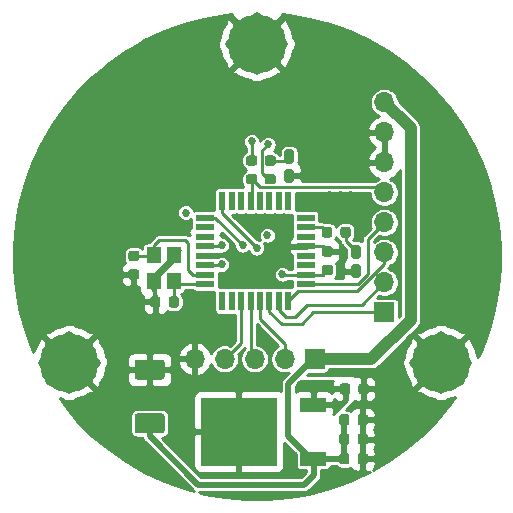
<source format=gbr>
%TF.GenerationSoftware,KiCad,Pcbnew,(5.1.6)-1*%
%TF.CreationDate,2021-01-30T09:31:10-07:00*%
%TF.ProjectId,MotorSpeedController,4d6f746f-7253-4706-9565-64436f6e7472,rev?*%
%TF.SameCoordinates,Original*%
%TF.FileFunction,Copper,L1,Top*%
%TF.FilePolarity,Positive*%
%FSLAX46Y46*%
G04 Gerber Fmt 4.6, Leading zero omitted, Abs format (unit mm)*
G04 Created by KiCad (PCBNEW (5.1.6)-1) date 2021-01-30 09:31:10*
%MOMM*%
%LPD*%
G01*
G04 APERTURE LIST*
%TA.AperFunction,SMDPad,CuDef*%
%ADD10R,1.200000X1.400000*%
%TD*%
%TA.AperFunction,ComponentPad*%
%ADD11O,1.700000X1.700000*%
%TD*%
%TA.AperFunction,ComponentPad*%
%ADD12R,1.700000X1.700000*%
%TD*%
%TA.AperFunction,SMDPad,CuDef*%
%ADD13R,6.400000X5.800000*%
%TD*%
%TA.AperFunction,SMDPad,CuDef*%
%ADD14R,2.200000X1.200000*%
%TD*%
%TA.AperFunction,ComponentPad*%
%ADD15C,0.800000*%
%TD*%
%TA.AperFunction,ComponentPad*%
%ADD16C,5.000000*%
%TD*%
%TA.AperFunction,SMDPad,CuDef*%
%ADD17R,0.550000X1.600000*%
%TD*%
%TA.AperFunction,SMDPad,CuDef*%
%ADD18R,1.600000X0.550000*%
%TD*%
%TA.AperFunction,ViaPad*%
%ADD19C,0.685800*%
%TD*%
%TA.AperFunction,Conductor*%
%ADD20C,0.254000*%
%TD*%
%TA.AperFunction,Conductor*%
%ADD21C,0.508000*%
%TD*%
%TA.AperFunction,Conductor*%
%ADD22C,1.016000*%
%TD*%
G04 APERTURE END LIST*
D10*
%TO.P,Y1,4*%
%TO.N,GND*%
X105576000Y-91016000D03*
%TO.P,Y1,3*%
%TO.N,/XTAL1*%
X105576000Y-88816000D03*
%TO.P,Y1,2*%
%TO.N,GND*%
X107276000Y-88816000D03*
%TO.P,Y1,1*%
%TO.N,/XTAL2*%
X107276000Y-91016000D03*
%TD*%
D11*
%TO.P,J1,8*%
%TO.N,+12V*%
X125095000Y-75882500D03*
%TO.P,J1,7*%
%TO.N,GND*%
X125095000Y-78422500D03*
%TO.P,J1,6*%
X125095000Y-80962500D03*
%TO.P,J1,5*%
%TO.N,~RST*%
X125095000Y-83502500D03*
%TO.P,J1,4*%
%TO.N,SCK*%
X125095000Y-86042500D03*
%TO.P,J1,3*%
%TO.N,MISO*%
X125095000Y-88582500D03*
%TO.P,J1,2*%
%TO.N,MOSI*%
X125095000Y-91122500D03*
D12*
%TO.P,J1,1*%
%TO.N,SS*%
X125095000Y-93662500D03*
%TD*%
%TO.P,D3,2*%
%TO.N,GND*%
%TA.AperFunction,SMDPad,CuDef*%
G36*
G01*
X106244500Y-99349500D02*
X104194500Y-99349500D01*
G75*
G02*
X103944500Y-99099500I0J250000D01*
G01*
X103944500Y-97899500D01*
G75*
G02*
X104194500Y-97649500I250000J0D01*
G01*
X106244500Y-97649500D01*
G75*
G02*
X106494500Y-97899500I0J-250000D01*
G01*
X106494500Y-99099500D01*
G75*
G02*
X106244500Y-99349500I-250000J0D01*
G01*
G37*
%TD.AperFunction*%
%TO.P,D3,1*%
%TO.N,+12V*%
%TA.AperFunction,SMDPad,CuDef*%
G36*
G01*
X106244500Y-103899500D02*
X104194500Y-103899500D01*
G75*
G02*
X103944500Y-103649500I0J250000D01*
G01*
X103944500Y-102449500D01*
G75*
G02*
X104194500Y-102199500I250000J0D01*
G01*
X106244500Y-102199500D01*
G75*
G02*
X106494500Y-102449500I0J-250000D01*
G01*
X106494500Y-103649500D01*
G75*
G02*
X106244500Y-103899500I-250000J0D01*
G01*
G37*
%TD.AperFunction*%
%TD*%
D13*
%TO.P,U3,2*%
%TO.N,GND*%
X112771500Y-103759000D03*
D14*
%TO.P,U3,3*%
%TO.N,+5V*%
X119071500Y-101479000D03*
%TO.P,U3,1*%
%TO.N,+12V*%
X119071500Y-106039000D03*
%TD*%
D11*
%TO.P,J2,5*%
%TO.N,GND*%
X109029500Y-97599500D03*
%TO.P,J2,4*%
%TO.N,BRAKE*%
X111569500Y-97599500D03*
%TO.P,J2,3*%
%TO.N,DIR*%
X114109500Y-97599500D03*
%TO.P,J2,2*%
%TO.N,PWM*%
X116649500Y-97599500D03*
D12*
%TO.P,J2,1*%
%TO.N,+12V*%
X119189500Y-97599500D03*
%TD*%
%TO.P,C9,2*%
%TO.N,GND*%
%TA.AperFunction,SMDPad,CuDef*%
G36*
G01*
X122905000Y-100395750D02*
X122905000Y-99883250D01*
G75*
G02*
X123123750Y-99664500I218750J0D01*
G01*
X123561250Y-99664500D01*
G75*
G02*
X123780000Y-99883250I0J-218750D01*
G01*
X123780000Y-100395750D01*
G75*
G02*
X123561250Y-100614500I-218750J0D01*
G01*
X123123750Y-100614500D01*
G75*
G02*
X122905000Y-100395750I0J218750D01*
G01*
G37*
%TD.AperFunction*%
%TO.P,C9,1*%
%TO.N,+5V*%
%TA.AperFunction,SMDPad,CuDef*%
G36*
G01*
X121330000Y-100395750D02*
X121330000Y-99883250D01*
G75*
G02*
X121548750Y-99664500I218750J0D01*
G01*
X121986250Y-99664500D01*
G75*
G02*
X122205000Y-99883250I0J-218750D01*
G01*
X122205000Y-100395750D01*
G75*
G02*
X121986250Y-100614500I-218750J0D01*
G01*
X121548750Y-100614500D01*
G75*
G02*
X121330000Y-100395750I0J218750D01*
G01*
G37*
%TD.AperFunction*%
%TD*%
%TO.P,C8,2*%
%TO.N,GND*%
%TA.AperFunction,SMDPad,CuDef*%
G36*
G01*
X122841500Y-106301250D02*
X122841500Y-105788750D01*
G75*
G02*
X123060250Y-105570000I218750J0D01*
G01*
X123497750Y-105570000D01*
G75*
G02*
X123716500Y-105788750I0J-218750D01*
G01*
X123716500Y-106301250D01*
G75*
G02*
X123497750Y-106520000I-218750J0D01*
G01*
X123060250Y-106520000D01*
G75*
G02*
X122841500Y-106301250I0J218750D01*
G01*
G37*
%TD.AperFunction*%
%TO.P,C8,1*%
%TO.N,+12V*%
%TA.AperFunction,SMDPad,CuDef*%
G36*
G01*
X121266500Y-106301250D02*
X121266500Y-105788750D01*
G75*
G02*
X121485250Y-105570000I218750J0D01*
G01*
X121922750Y-105570000D01*
G75*
G02*
X122141500Y-105788750I0J-218750D01*
G01*
X122141500Y-106301250D01*
G75*
G02*
X121922750Y-106520000I-218750J0D01*
G01*
X121485250Y-106520000D01*
G75*
G02*
X121266500Y-106301250I0J218750D01*
G01*
G37*
%TD.AperFunction*%
%TD*%
%TO.P,C7,2*%
%TO.N,GND*%
%TA.AperFunction,SMDPad,CuDef*%
G36*
G01*
X122841500Y-104650250D02*
X122841500Y-104137750D01*
G75*
G02*
X123060250Y-103919000I218750J0D01*
G01*
X123497750Y-103919000D01*
G75*
G02*
X123716500Y-104137750I0J-218750D01*
G01*
X123716500Y-104650250D01*
G75*
G02*
X123497750Y-104869000I-218750J0D01*
G01*
X123060250Y-104869000D01*
G75*
G02*
X122841500Y-104650250I0J218750D01*
G01*
G37*
%TD.AperFunction*%
%TO.P,C7,1*%
%TO.N,+12V*%
%TA.AperFunction,SMDPad,CuDef*%
G36*
G01*
X121266500Y-104650250D02*
X121266500Y-104137750D01*
G75*
G02*
X121485250Y-103919000I218750J0D01*
G01*
X121922750Y-103919000D01*
G75*
G02*
X122141500Y-104137750I0J-218750D01*
G01*
X122141500Y-104650250D01*
G75*
G02*
X121922750Y-104869000I-218750J0D01*
G01*
X121485250Y-104869000D01*
G75*
G02*
X121266500Y-104650250I0J218750D01*
G01*
G37*
%TD.AperFunction*%
%TD*%
%TO.P,C6,2*%
%TO.N,GND*%
%TA.AperFunction,SMDPad,CuDef*%
G36*
G01*
X122841500Y-102999250D02*
X122841500Y-102486750D01*
G75*
G02*
X123060250Y-102268000I218750J0D01*
G01*
X123497750Y-102268000D01*
G75*
G02*
X123716500Y-102486750I0J-218750D01*
G01*
X123716500Y-102999250D01*
G75*
G02*
X123497750Y-103218000I-218750J0D01*
G01*
X123060250Y-103218000D01*
G75*
G02*
X122841500Y-102999250I0J218750D01*
G01*
G37*
%TD.AperFunction*%
%TO.P,C6,1*%
%TO.N,+12V*%
%TA.AperFunction,SMDPad,CuDef*%
G36*
G01*
X121266500Y-102999250D02*
X121266500Y-102486750D01*
G75*
G02*
X121485250Y-102268000I218750J0D01*
G01*
X121922750Y-102268000D01*
G75*
G02*
X122141500Y-102486750I0J-218750D01*
G01*
X122141500Y-102999250D01*
G75*
G02*
X121922750Y-103218000I-218750J0D01*
G01*
X121485250Y-103218000D01*
G75*
G02*
X121266500Y-102999250I0J218750D01*
G01*
G37*
%TD.AperFunction*%
%TD*%
D15*
%TO.P,H3,1*%
%TO.N,GND*%
X131475990Y-96309010D03*
X129885000Y-95650000D03*
X128294010Y-96309010D03*
X127635000Y-97900000D03*
X128294010Y-99490990D03*
X129885000Y-100150000D03*
X131475990Y-99490990D03*
X132135000Y-97900000D03*
D16*
X129885000Y-97900000D03*
%TD*%
D15*
%TO.P,H2,1*%
%TO.N,GND*%
X115890990Y-69309010D03*
X114300000Y-68650000D03*
X112709010Y-69309010D03*
X112050000Y-70900000D03*
X112709010Y-72490990D03*
X114300000Y-73150000D03*
X115890990Y-72490990D03*
X116550000Y-70900000D03*
D16*
X114300000Y-70900000D03*
%TD*%
D15*
%TO.P,H1,1*%
%TO.N,GND*%
X100001990Y-96309010D03*
X98411000Y-95650000D03*
X96820010Y-96309010D03*
X96161000Y-97900000D03*
X96820010Y-99490990D03*
X98411000Y-100150000D03*
X100001990Y-99490990D03*
X100661000Y-97900000D03*
D16*
X98411000Y-97900000D03*
%TD*%
D17*
%TO.P,U1,32*%
%TO.N,INT0*%
X111373000Y-84205500D03*
%TO.P,U1,31*%
%TO.N,N/C*%
X112173000Y-84205500D03*
%TO.P,U1,30*%
X112973000Y-84205500D03*
%TO.P,U1,29*%
%TO.N,~RST*%
X113773000Y-84205500D03*
%TO.P,U1,28*%
%TO.N,N/C*%
X114573000Y-84205500D03*
%TO.P,U1,27*%
X115373000Y-84205500D03*
%TO.P,U1,26*%
X116173000Y-84205500D03*
%TO.P,U1,25*%
X116973000Y-84205500D03*
D18*
%TO.P,U1,24*%
X118423000Y-85655500D03*
%TO.P,U1,23*%
%TO.N,Net-(R2-Pad1)*%
X118423000Y-86455500D03*
%TO.P,U1,22*%
%TO.N,N/C*%
X118423000Y-87255500D03*
%TO.P,U1,21*%
%TO.N,GND*%
X118423000Y-88055500D03*
%TO.P,U1,20*%
%TO.N,N/C*%
X118423000Y-88855500D03*
%TO.P,U1,19*%
X118423000Y-89655500D03*
%TO.P,U1,18*%
%TO.N,+5V*%
X118423000Y-90455500D03*
%TO.P,U1,17*%
%TO.N,SCK*%
X118423000Y-91255500D03*
D17*
%TO.P,U1,16*%
%TO.N,MISO*%
X116973000Y-92705500D03*
%TO.P,U1,15*%
%TO.N,MOSI*%
X116173000Y-92705500D03*
%TO.P,U1,14*%
%TO.N,SS*%
X115373000Y-92705500D03*
%TO.P,U1,13*%
%TO.N,PWM*%
X114573000Y-92705500D03*
%TO.P,U1,12*%
%TO.N,DIR*%
X113773000Y-92705500D03*
%TO.P,U1,11*%
%TO.N,BRAKE*%
X112973000Y-92705500D03*
%TO.P,U1,10*%
%TO.N,N/C*%
X112173000Y-92705500D03*
%TO.P,U1,9*%
X111373000Y-92705500D03*
D18*
%TO.P,U1,8*%
%TO.N,/XTAL2*%
X109923000Y-91255500D03*
%TO.P,U1,7*%
%TO.N,/XTAL1*%
X109923000Y-90455500D03*
%TO.P,U1,6*%
%TO.N,+5V*%
X109923000Y-89655500D03*
%TO.P,U1,5*%
%TO.N,GND*%
X109923000Y-88855500D03*
%TO.P,U1,4*%
%TO.N,+5V*%
X109923000Y-88055500D03*
%TO.P,U1,3*%
%TO.N,GND*%
X109923000Y-87255500D03*
%TO.P,U1,2*%
%TO.N,N/C*%
X109923000Y-86455500D03*
%TO.P,U1,1*%
%TO.N,INT1*%
X109923000Y-85655500D03*
%TD*%
%TO.P,R3,2*%
%TO.N,Net-(D2-Pad2)*%
%TA.AperFunction,SMDPad,CuDef*%
G36*
G01*
X115699250Y-81247500D02*
X115186750Y-81247500D01*
G75*
G02*
X114968000Y-81028750I0J218750D01*
G01*
X114968000Y-80591250D01*
G75*
G02*
X115186750Y-80372500I218750J0D01*
G01*
X115699250Y-80372500D01*
G75*
G02*
X115918000Y-80591250I0J-218750D01*
G01*
X115918000Y-81028750D01*
G75*
G02*
X115699250Y-81247500I-218750J0D01*
G01*
G37*
%TD.AperFunction*%
%TO.P,R3,1*%
%TO.N,Net-(R3-Pad1)*%
%TA.AperFunction,SMDPad,CuDef*%
G36*
G01*
X115699250Y-82822500D02*
X115186750Y-82822500D01*
G75*
G02*
X114968000Y-82603750I0J218750D01*
G01*
X114968000Y-82166250D01*
G75*
G02*
X115186750Y-81947500I218750J0D01*
G01*
X115699250Y-81947500D01*
G75*
G02*
X115918000Y-82166250I0J-218750D01*
G01*
X115918000Y-82603750D01*
G75*
G02*
X115699250Y-82822500I-218750J0D01*
G01*
G37*
%TD.AperFunction*%
%TD*%
%TO.P,R2,2*%
%TO.N,Net-(D1-Pad2)*%
%TA.AperFunction,SMDPad,CuDef*%
G36*
G01*
X121381000Y-87124250D02*
X121381000Y-86611750D01*
G75*
G02*
X121599750Y-86393000I218750J0D01*
G01*
X122037250Y-86393000D01*
G75*
G02*
X122256000Y-86611750I0J-218750D01*
G01*
X122256000Y-87124250D01*
G75*
G02*
X122037250Y-87343000I-218750J0D01*
G01*
X121599750Y-87343000D01*
G75*
G02*
X121381000Y-87124250I0J218750D01*
G01*
G37*
%TD.AperFunction*%
%TO.P,R2,1*%
%TO.N,Net-(R2-Pad1)*%
%TA.AperFunction,SMDPad,CuDef*%
G36*
G01*
X119806000Y-87124250D02*
X119806000Y-86611750D01*
G75*
G02*
X120024750Y-86393000I218750J0D01*
G01*
X120462250Y-86393000D01*
G75*
G02*
X120681000Y-86611750I0J-218750D01*
G01*
X120681000Y-87124250D01*
G75*
G02*
X120462250Y-87343000I-218750J0D01*
G01*
X120024750Y-87343000D01*
G75*
G02*
X119806000Y-87124250I0J218750D01*
G01*
G37*
%TD.AperFunction*%
%TD*%
%TO.P,R1,2*%
%TO.N,~RST*%
%TA.AperFunction,SMDPad,CuDef*%
G36*
G01*
X113599250Y-81947500D02*
X114111750Y-81947500D01*
G75*
G02*
X114330500Y-82166250I0J-218750D01*
G01*
X114330500Y-82603750D01*
G75*
G02*
X114111750Y-82822500I-218750J0D01*
G01*
X113599250Y-82822500D01*
G75*
G02*
X113380500Y-82603750I0J218750D01*
G01*
X113380500Y-82166250D01*
G75*
G02*
X113599250Y-81947500I218750J0D01*
G01*
G37*
%TD.AperFunction*%
%TO.P,R1,1*%
%TO.N,+5V*%
%TA.AperFunction,SMDPad,CuDef*%
G36*
G01*
X113599250Y-80372500D02*
X114111750Y-80372500D01*
G75*
G02*
X114330500Y-80591250I0J-218750D01*
G01*
X114330500Y-81028750D01*
G75*
G02*
X114111750Y-81247500I-218750J0D01*
G01*
X113599250Y-81247500D01*
G75*
G02*
X113380500Y-81028750I0J218750D01*
G01*
X113380500Y-80591250D01*
G75*
G02*
X113599250Y-80372500I218750J0D01*
G01*
G37*
%TD.AperFunction*%
%TD*%
%TO.P,D2,2*%
%TO.N,Net-(D2-Pad2)*%
%TA.AperFunction,SMDPad,CuDef*%
G36*
G01*
X117243000Y-81080000D02*
X116818000Y-81080000D01*
G75*
G02*
X116605500Y-80867500I0J212500D01*
G01*
X116605500Y-80067500D01*
G75*
G02*
X116818000Y-79855000I212500J0D01*
G01*
X117243000Y-79855000D01*
G75*
G02*
X117455500Y-80067500I0J-212500D01*
G01*
X117455500Y-80867500D01*
G75*
G02*
X117243000Y-81080000I-212500J0D01*
G01*
G37*
%TD.AperFunction*%
%TO.P,D2,1*%
%TO.N,GND*%
%TA.AperFunction,SMDPad,CuDef*%
G36*
G01*
X117243000Y-82705000D02*
X116818000Y-82705000D01*
G75*
G02*
X116605500Y-82492500I0J212500D01*
G01*
X116605500Y-81692500D01*
G75*
G02*
X116818000Y-81480000I212500J0D01*
G01*
X117243000Y-81480000D01*
G75*
G02*
X117455500Y-81692500I0J-212500D01*
G01*
X117455500Y-82492500D01*
G75*
G02*
X117243000Y-82705000I-212500J0D01*
G01*
G37*
%TD.AperFunction*%
%TD*%
%TO.P,D1,2*%
%TO.N,Net-(D1-Pad2)*%
%TA.AperFunction,SMDPad,CuDef*%
G36*
G01*
X122894500Y-89144500D02*
X122469500Y-89144500D01*
G75*
G02*
X122257000Y-88932000I0J212500D01*
G01*
X122257000Y-88132000D01*
G75*
G02*
X122469500Y-87919500I212500J0D01*
G01*
X122894500Y-87919500D01*
G75*
G02*
X123107000Y-88132000I0J-212500D01*
G01*
X123107000Y-88932000D01*
G75*
G02*
X122894500Y-89144500I-212500J0D01*
G01*
G37*
%TD.AperFunction*%
%TO.P,D1,1*%
%TO.N,GND*%
%TA.AperFunction,SMDPad,CuDef*%
G36*
G01*
X122894500Y-90769500D02*
X122469500Y-90769500D01*
G75*
G02*
X122257000Y-90557000I0J212500D01*
G01*
X122257000Y-89757000D01*
G75*
G02*
X122469500Y-89544500I212500J0D01*
G01*
X122894500Y-89544500D01*
G75*
G02*
X123107000Y-89757000I0J-212500D01*
G01*
X123107000Y-90557000D01*
G75*
G02*
X122894500Y-90769500I-212500J0D01*
G01*
G37*
%TD.AperFunction*%
%TD*%
%TO.P,C4,2*%
%TO.N,GND*%
%TA.AperFunction,SMDPad,CuDef*%
G36*
G01*
X106139500Y-92517250D02*
X106139500Y-93029750D01*
G75*
G02*
X105920750Y-93248500I-218750J0D01*
G01*
X105483250Y-93248500D01*
G75*
G02*
X105264500Y-93029750I0J218750D01*
G01*
X105264500Y-92517250D01*
G75*
G02*
X105483250Y-92298500I218750J0D01*
G01*
X105920750Y-92298500D01*
G75*
G02*
X106139500Y-92517250I0J-218750D01*
G01*
G37*
%TD.AperFunction*%
%TO.P,C4,1*%
%TO.N,/XTAL2*%
%TA.AperFunction,SMDPad,CuDef*%
G36*
G01*
X107714500Y-92517250D02*
X107714500Y-93029750D01*
G75*
G02*
X107495750Y-93248500I-218750J0D01*
G01*
X107058250Y-93248500D01*
G75*
G02*
X106839500Y-93029750I0J218750D01*
G01*
X106839500Y-92517250D01*
G75*
G02*
X107058250Y-92298500I218750J0D01*
G01*
X107495750Y-92298500D01*
G75*
G02*
X107714500Y-92517250I0J-218750D01*
G01*
G37*
%TD.AperFunction*%
%TD*%
%TO.P,C2,2*%
%TO.N,GND*%
%TA.AperFunction,SMDPad,CuDef*%
G36*
G01*
X103629750Y-90012000D02*
X104142250Y-90012000D01*
G75*
G02*
X104361000Y-90230750I0J-218750D01*
G01*
X104361000Y-90668250D01*
G75*
G02*
X104142250Y-90887000I-218750J0D01*
G01*
X103629750Y-90887000D01*
G75*
G02*
X103411000Y-90668250I0J218750D01*
G01*
X103411000Y-90230750D01*
G75*
G02*
X103629750Y-90012000I218750J0D01*
G01*
G37*
%TD.AperFunction*%
%TO.P,C2,1*%
%TO.N,/XTAL1*%
%TA.AperFunction,SMDPad,CuDef*%
G36*
G01*
X103629750Y-88437000D02*
X104142250Y-88437000D01*
G75*
G02*
X104361000Y-88655750I0J-218750D01*
G01*
X104361000Y-89093250D01*
G75*
G02*
X104142250Y-89312000I-218750J0D01*
G01*
X103629750Y-89312000D01*
G75*
G02*
X103411000Y-89093250I0J218750D01*
G01*
X103411000Y-88655750D01*
G75*
G02*
X103629750Y-88437000I218750J0D01*
G01*
G37*
%TD.AperFunction*%
%TD*%
%TO.P,C1,2*%
%TO.N,GND*%
%TA.AperFunction,SMDPad,CuDef*%
G36*
G01*
X120525250Y-88931000D02*
X120012750Y-88931000D01*
G75*
G02*
X119794000Y-88712250I0J218750D01*
G01*
X119794000Y-88274750D01*
G75*
G02*
X120012750Y-88056000I218750J0D01*
G01*
X120525250Y-88056000D01*
G75*
G02*
X120744000Y-88274750I0J-218750D01*
G01*
X120744000Y-88712250D01*
G75*
G02*
X120525250Y-88931000I-218750J0D01*
G01*
G37*
%TD.AperFunction*%
%TO.P,C1,1*%
%TO.N,+5V*%
%TA.AperFunction,SMDPad,CuDef*%
G36*
G01*
X120525250Y-90506000D02*
X120012750Y-90506000D01*
G75*
G02*
X119794000Y-90287250I0J218750D01*
G01*
X119794000Y-89849750D01*
G75*
G02*
X120012750Y-89631000I218750J0D01*
G01*
X120525250Y-89631000D01*
G75*
G02*
X120744000Y-89849750I0J-218750D01*
G01*
X120744000Y-90287250D01*
G75*
G02*
X120525250Y-90506000I-218750J0D01*
G01*
G37*
%TD.AperFunction*%
%TD*%
D19*
%TO.N,GND*%
X121475500Y-88519000D03*
X121539000Y-90043000D03*
X112776000Y-89535000D03*
X120523000Y-83756500D03*
X121412000Y-83756500D03*
X122237500Y-83756500D03*
X121475500Y-84645500D03*
X122301000Y-84645500D03*
X111887000Y-82740500D03*
X112712500Y-82740500D03*
X111887000Y-81089500D03*
X111887000Y-81851500D03*
X118554500Y-82042000D03*
%TO.N,+5V*%
X111315500Y-89598500D03*
X111325268Y-87972914D03*
X113855500Y-79184500D03*
X116459000Y-90424000D03*
X115189000Y-87122000D03*
X108267500Y-85217000D03*
X117919500Y-99822000D03*
X118808500Y-99822000D03*
X119697500Y-99822000D03*
X120523000Y-99885500D03*
%TO.N,Net-(R3-Pad1)*%
X115252500Y-79438500D03*
%TO.N,INT0*%
X114300000Y-88201500D03*
%TO.N,INT1*%
X113093500Y-87947500D03*
%TD*%
D20*
%TO.N,GND*%
X118423000Y-88055500D02*
X119869000Y-88055500D01*
X119869000Y-88055500D02*
X120269000Y-88455500D01*
X107817414Y-88392000D02*
X107569000Y-88392000D01*
X109923000Y-88855500D02*
X112096500Y-88855500D01*
X112096500Y-88855500D02*
X112776000Y-89535000D01*
X107397500Y-88855500D02*
X107378500Y-88836500D01*
X105576000Y-91016000D02*
X105576000Y-90512000D01*
X105576000Y-90512000D02*
X107251500Y-88836500D01*
X105576000Y-91016000D02*
X105576000Y-90956500D01*
X105576000Y-90956500D02*
X107315000Y-89217500D01*
X107315000Y-89217500D02*
X107315000Y-88900000D01*
X107315000Y-88900000D02*
X107251500Y-88836500D01*
X105576000Y-91016000D02*
X105576000Y-90766000D01*
X105576000Y-90766000D02*
X106870500Y-89471500D01*
%TO.N,+5V*%
X109923000Y-89655500D02*
X111258500Y-89655500D01*
X111258500Y-89655500D02*
X111315500Y-89598500D01*
X109923000Y-88055500D02*
X111242682Y-88055500D01*
X111242682Y-88055500D02*
X111325268Y-87972914D01*
X113855500Y-80810000D02*
X113855500Y-79184500D01*
X118423000Y-90455500D02*
X116490500Y-90455500D01*
X116490500Y-90455500D02*
X116459000Y-90424000D01*
X120269000Y-90068500D02*
X120269000Y-90106500D01*
X120269000Y-90106500D02*
X119888000Y-90487500D01*
X119888000Y-90487500D02*
X118554500Y-90487500D01*
%TO.N,Net-(D1-Pad2)*%
X121818500Y-86868000D02*
X121818500Y-87592000D01*
X121818500Y-87592000D02*
X122682000Y-88455500D01*
%TO.N,Net-(D2-Pad2)*%
X115443000Y-80810000D02*
X116611500Y-80810000D01*
X116611500Y-80810000D02*
X116967000Y-80454500D01*
X116967000Y-80454500D02*
X117030500Y-80454500D01*
%TO.N,~RST*%
X113855500Y-82385000D02*
X113855500Y-84201000D01*
X113855500Y-84201000D02*
X113792000Y-84264500D01*
X114547010Y-83076510D02*
X115842510Y-83076510D01*
X113855500Y-82385000D02*
X114547010Y-83076510D01*
X115842510Y-83076510D02*
X124605510Y-83076510D01*
X124605510Y-83076510D02*
X125031500Y-83502500D01*
%TO.N,Net-(R2-Pad1)*%
X118423000Y-86455500D02*
X119793000Y-86455500D01*
X119793000Y-86455500D02*
X120205500Y-86868000D01*
%TO.N,Net-(R3-Pad1)*%
X115443000Y-82385000D02*
X115278000Y-82385000D01*
X114713990Y-81820990D02*
X114713990Y-79977010D01*
X115278000Y-82385000D02*
X114713990Y-81820990D01*
X114713990Y-79977010D02*
X115252500Y-79438500D01*
%TO.N,INT0*%
X114300000Y-88201500D02*
X111379000Y-85280500D01*
X111379000Y-85280500D02*
X111379000Y-84137500D01*
X111252000Y-84201000D02*
X111315500Y-84264500D01*
%TO.N,SCK*%
X118423000Y-91255500D02*
X122855746Y-91255500D01*
X122855746Y-91255500D02*
X123698000Y-90413246D01*
X123698000Y-90413246D02*
X123698000Y-87439500D01*
X123698000Y-87439500D02*
X125031500Y-86106000D01*
%TO.N,MISO*%
X125095000Y-88582500D02*
X125031500Y-88582500D01*
X117793991Y-91884509D02*
X122765567Y-91884509D01*
X122765567Y-91884509D02*
X125095000Y-89555076D01*
X125095000Y-89555076D02*
X125095000Y-88582500D01*
X116973000Y-92705500D02*
X117793991Y-91884509D01*
%TO.N,MOSI*%
X117538500Y-94043500D02*
X116778798Y-94043500D01*
X125095000Y-91122500D02*
X123190000Y-93027500D01*
X118554500Y-93027500D02*
X117538500Y-94043500D01*
X123190000Y-93027500D02*
X118554500Y-93027500D01*
X116778798Y-94043500D02*
X116205000Y-93469702D01*
X116205000Y-93469702D02*
X116205000Y-92710000D01*
%TO.N,SS*%
X115373000Y-93592500D02*
X115373000Y-92705500D01*
X116395500Y-94615000D02*
X115373000Y-93592500D01*
X118110000Y-94615000D02*
X116395500Y-94615000D01*
X119062500Y-93662500D02*
X118110000Y-94615000D01*
X125095000Y-93662500D02*
X119062500Y-93662500D01*
%TO.N,PWM*%
X114573000Y-92705500D02*
X114573000Y-94253000D01*
X114573000Y-94253000D02*
X116649500Y-96329500D01*
X116649500Y-96329500D02*
X116649500Y-97536000D01*
%TO.N,DIR*%
X113601500Y-98044000D02*
X113601500Y-98107500D01*
X113601500Y-98107500D02*
X113665000Y-98171000D01*
X113773000Y-92705500D02*
X113773000Y-97199500D01*
X113773000Y-97199500D02*
X114109500Y-97536000D01*
%TO.N,BRAKE*%
X112973000Y-92705500D02*
X112973000Y-96259500D01*
X112973000Y-96259500D02*
X111633000Y-97599500D01*
%TO.N,/XTAL2*%
X109738500Y-91366000D02*
X109855000Y-91249500D01*
X107277000Y-91021000D02*
X107251500Y-90995500D01*
X107276000Y-91016000D02*
X107276000Y-92607500D01*
X107276000Y-92607500D02*
X107315000Y-92646500D01*
X107315000Y-92646500D02*
X107378500Y-92646500D01*
X109923000Y-91255500D02*
X107575000Y-91255500D01*
X107575000Y-91255500D02*
X107315000Y-90995500D01*
%TO.N,/XTAL1*%
X105283000Y-88580202D02*
X105283000Y-88455500D01*
X103886000Y-88874500D02*
X105435500Y-88874500D01*
X105435500Y-88874500D02*
X105473500Y-88836500D01*
X108869000Y-90455500D02*
X108458000Y-90044500D01*
X109923000Y-90455500D02*
X108869000Y-90455500D01*
X108458000Y-90044500D02*
X108458000Y-87757000D01*
X108458000Y-87757000D02*
X108204000Y-87503000D01*
X108204000Y-87503000D02*
X106045000Y-87503000D01*
X106045000Y-87503000D02*
X105600500Y-87947500D01*
X105600500Y-87947500D02*
X105600500Y-88709500D01*
%TO.N,INT1*%
X109923000Y-85655500D02*
X110801500Y-85655500D01*
X110801500Y-85655500D02*
X113093500Y-87947500D01*
%TO.N,+12V*%
X121704000Y-102743000D02*
X121704000Y-106019500D01*
X121704000Y-106019500D02*
X121729500Y-106045000D01*
X119071500Y-106039000D02*
X121545000Y-106039000D01*
X121545000Y-106039000D02*
X121602500Y-105981500D01*
D21*
X121704000Y-102743000D02*
X121704000Y-106007000D01*
X121704000Y-106007000D02*
X121666000Y-106045000D01*
X121704000Y-106045000D02*
X119062500Y-106045000D01*
X105219500Y-103049500D02*
X105219500Y-104140000D01*
X105219500Y-104140000D02*
X109347000Y-108267500D01*
X109347000Y-108267500D02*
X118300500Y-108267500D01*
X118300500Y-108267500D02*
X119126000Y-107442000D01*
X119126000Y-107442000D02*
X119126000Y-106045000D01*
X119070626Y-97599500D02*
X116967000Y-99703126D01*
X119189500Y-97599500D02*
X119070626Y-97599500D01*
X116967000Y-99703126D02*
X116967000Y-104140000D01*
X116967000Y-104140000D02*
X118999000Y-106172000D01*
D22*
X124001002Y-97599500D02*
X127317500Y-94283002D01*
X119189500Y-97599500D02*
X124001002Y-97599500D01*
X127317500Y-94283002D02*
X127317500Y-78041500D01*
X127317500Y-78041500D02*
X125095000Y-75819000D01*
%TD*%
D20*
%TO.N,GND*%
G36*
X116988833Y-68476285D02*
G01*
X118758645Y-68788351D01*
X120494524Y-69253479D01*
X122183260Y-69868128D01*
X123811998Y-70627621D01*
X125368345Y-71526178D01*
X126840455Y-72556961D01*
X128217124Y-73712124D01*
X129487876Y-74982876D01*
X130643039Y-76359545D01*
X131673822Y-77831655D01*
X132572379Y-79388002D01*
X133331872Y-81016740D01*
X133946521Y-82705476D01*
X134411649Y-84441355D01*
X134723715Y-86211167D01*
X134880343Y-88001443D01*
X134880343Y-89798557D01*
X134723715Y-91588833D01*
X134411649Y-93358645D01*
X133946521Y-95094524D01*
X133331872Y-96783260D01*
X133045485Y-97397420D01*
X133044736Y-97396019D01*
X132984652Y-97389264D01*
X132973990Y-97282169D01*
X132794103Y-96691408D01*
X132506118Y-96152627D01*
X132498665Y-96147703D01*
X132475637Y-96022098D01*
X132400456Y-95832590D01*
X132385726Y-95805029D01*
X132182431Y-95782174D01*
X130064605Y-97900000D01*
X130078748Y-97914143D01*
X129899143Y-98093748D01*
X129885000Y-98079605D01*
X127767174Y-100197431D01*
X127790029Y-100400726D01*
X127977194Y-100481567D01*
X128133681Y-100515146D01*
X128137627Y-100521118D01*
X128682557Y-100811649D01*
X129273696Y-100990287D01*
X129374313Y-101000090D01*
X129381019Y-101059736D01*
X129568184Y-101140577D01*
X129767523Y-101183351D01*
X129971377Y-101186413D01*
X130171912Y-101149647D01*
X130361420Y-101074466D01*
X130388981Y-101059736D01*
X130395736Y-100999652D01*
X130502831Y-100988990D01*
X131082820Y-100812383D01*
X130643039Y-101440455D01*
X129487876Y-102817124D01*
X128217124Y-104087876D01*
X126840455Y-105243039D01*
X125368345Y-106273822D01*
X124174176Y-106963275D01*
X124247037Y-106874494D01*
X124306002Y-106764180D01*
X124342312Y-106644482D01*
X124354572Y-106520000D01*
X124351500Y-106330750D01*
X124192750Y-106172000D01*
X123406000Y-106172000D01*
X123406000Y-106996250D01*
X123564750Y-107155000D01*
X123716500Y-107158072D01*
X123840982Y-107145812D01*
X123876869Y-107134926D01*
X123811998Y-107172379D01*
X122183260Y-107931872D01*
X120494524Y-108546521D01*
X118758645Y-109011649D01*
X116988833Y-109323715D01*
X115198557Y-109480343D01*
X113401443Y-109480343D01*
X111611167Y-109323715D01*
X109841355Y-109011649D01*
X109434006Y-108902500D01*
X118269319Y-108902500D01*
X118300500Y-108905571D01*
X118331681Y-108902500D01*
X118331692Y-108902500D01*
X118424982Y-108893312D01*
X118544680Y-108857002D01*
X118654994Y-108798037D01*
X118751685Y-108718685D01*
X118771574Y-108694450D01*
X119552956Y-107913069D01*
X119577185Y-107893185D01*
X119620388Y-107840542D01*
X119656537Y-107796495D01*
X119688357Y-107736963D01*
X119715502Y-107686180D01*
X119751812Y-107566482D01*
X119761000Y-107473192D01*
X119761000Y-107473182D01*
X119764071Y-107442001D01*
X119761000Y-107410820D01*
X119761000Y-107021843D01*
X120171500Y-107021843D01*
X120246189Y-107014487D01*
X120318008Y-106992701D01*
X120384196Y-106957322D01*
X120442211Y-106909711D01*
X120489822Y-106851696D01*
X120525201Y-106785508D01*
X120546987Y-106713689D01*
X120550305Y-106680000D01*
X121021583Y-106680000D01*
X121059860Y-106726640D01*
X121151023Y-106801456D01*
X121255030Y-106857049D01*
X121367885Y-106891284D01*
X121485250Y-106902843D01*
X121922750Y-106902843D01*
X122040115Y-106891284D01*
X122152970Y-106857049D01*
X122256977Y-106801456D01*
X122267366Y-106792930D01*
X122310963Y-106874494D01*
X122390315Y-106971185D01*
X122487006Y-107050537D01*
X122597320Y-107109502D01*
X122717018Y-107145812D01*
X122841500Y-107158072D01*
X122993250Y-107155000D01*
X123152000Y-106996250D01*
X123152000Y-106172000D01*
X123132000Y-106172000D01*
X123132000Y-105918000D01*
X123152000Y-105918000D01*
X123152000Y-104521000D01*
X123406000Y-104521000D01*
X123406000Y-105918000D01*
X124192750Y-105918000D01*
X124351500Y-105759250D01*
X124354572Y-105570000D01*
X124342312Y-105445518D01*
X124306002Y-105325820D01*
X124249172Y-105219500D01*
X124306002Y-105113180D01*
X124342312Y-104993482D01*
X124354572Y-104869000D01*
X124351500Y-104679750D01*
X124192750Y-104521000D01*
X123406000Y-104521000D01*
X123152000Y-104521000D01*
X123132000Y-104521000D01*
X123132000Y-104267000D01*
X123152000Y-104267000D01*
X123152000Y-102870000D01*
X123406000Y-102870000D01*
X123406000Y-104267000D01*
X124192750Y-104267000D01*
X124351500Y-104108250D01*
X124354572Y-103919000D01*
X124342312Y-103794518D01*
X124306002Y-103674820D01*
X124249172Y-103568500D01*
X124306002Y-103462180D01*
X124342312Y-103342482D01*
X124354572Y-103218000D01*
X124351500Y-103028750D01*
X124192750Y-102870000D01*
X123406000Y-102870000D01*
X123152000Y-102870000D01*
X123132000Y-102870000D01*
X123132000Y-102616000D01*
X123152000Y-102616000D01*
X123152000Y-101791750D01*
X123406000Y-101791750D01*
X123406000Y-102616000D01*
X124192750Y-102616000D01*
X124351500Y-102457250D01*
X124354572Y-102268000D01*
X124342312Y-102143518D01*
X124306002Y-102023820D01*
X124247037Y-101913506D01*
X124167685Y-101816815D01*
X124070994Y-101737463D01*
X123960680Y-101678498D01*
X123840982Y-101642188D01*
X123716500Y-101629928D01*
X123564750Y-101633000D01*
X123406000Y-101791750D01*
X123152000Y-101791750D01*
X122993250Y-101633000D01*
X122841500Y-101629928D01*
X122717018Y-101642188D01*
X122597320Y-101678498D01*
X122487006Y-101737463D01*
X122390315Y-101816815D01*
X122310963Y-101913506D01*
X122267366Y-101995070D01*
X122256977Y-101986544D01*
X122152970Y-101930951D01*
X122040115Y-101896716D01*
X121922750Y-101885157D01*
X121856159Y-101885157D01*
X122580335Y-101160981D01*
X122660820Y-101204002D01*
X122780518Y-101240312D01*
X122905000Y-101252572D01*
X123056750Y-101249500D01*
X123215500Y-101090750D01*
X123215500Y-100266500D01*
X123469500Y-100266500D01*
X123469500Y-101090750D01*
X123628250Y-101249500D01*
X123780000Y-101252572D01*
X123904482Y-101240312D01*
X124024180Y-101204002D01*
X124134494Y-101145037D01*
X124231185Y-101065685D01*
X124310537Y-100968994D01*
X124369502Y-100858680D01*
X124405812Y-100738982D01*
X124418072Y-100614500D01*
X124415000Y-100425250D01*
X124256250Y-100266500D01*
X123469500Y-100266500D01*
X123215500Y-100266500D01*
X123195500Y-100266500D01*
X123195500Y-100012500D01*
X123215500Y-100012500D01*
X123215500Y-99188250D01*
X123469500Y-99188250D01*
X123469500Y-100012500D01*
X124256250Y-100012500D01*
X124415000Y-99853750D01*
X124418072Y-99664500D01*
X124405812Y-99540018D01*
X124369502Y-99420320D01*
X124310537Y-99310006D01*
X124231185Y-99213315D01*
X124134494Y-99133963D01*
X124024180Y-99074998D01*
X123904482Y-99038688D01*
X123780000Y-99026428D01*
X123628250Y-99029500D01*
X123469500Y-99188250D01*
X123215500Y-99188250D01*
X123056750Y-99029500D01*
X122905000Y-99026428D01*
X122780518Y-99038688D01*
X122745401Y-99049341D01*
X122700802Y-99025502D01*
X122629329Y-99003821D01*
X122555000Y-98996500D01*
X118571651Y-98996500D01*
X118735808Y-98832343D01*
X120039500Y-98832343D01*
X120114189Y-98824987D01*
X120186008Y-98803201D01*
X120252196Y-98767822D01*
X120310211Y-98720211D01*
X120357822Y-98662196D01*
X120393201Y-98596008D01*
X120414987Y-98524189D01*
X120418502Y-98488500D01*
X123957342Y-98488500D01*
X124001002Y-98492800D01*
X124044662Y-98488500D01*
X124044669Y-98488500D01*
X124175276Y-98475636D01*
X124342853Y-98424803D01*
X124497293Y-98342253D01*
X124632661Y-98231159D01*
X124660501Y-98197236D01*
X124871360Y-97986377D01*
X126598587Y-97986377D01*
X126635353Y-98186912D01*
X126710534Y-98376420D01*
X126725264Y-98403981D01*
X126785348Y-98410736D01*
X126796010Y-98517831D01*
X126975897Y-99108592D01*
X127263882Y-99647373D01*
X127271335Y-99652297D01*
X127294363Y-99777902D01*
X127369544Y-99967410D01*
X127384274Y-99994971D01*
X127587569Y-100017826D01*
X129705395Y-97900000D01*
X127587569Y-95782174D01*
X127384274Y-95805029D01*
X127303433Y-95992194D01*
X127269854Y-96148681D01*
X127263882Y-96152627D01*
X126973351Y-96697557D01*
X126794713Y-97288696D01*
X126784910Y-97389313D01*
X126725264Y-97396019D01*
X126644423Y-97583184D01*
X126601649Y-97782523D01*
X126598587Y-97986377D01*
X124871360Y-97986377D01*
X127255168Y-95602569D01*
X127767174Y-95602569D01*
X129885000Y-97720395D01*
X132002826Y-95602569D01*
X131979971Y-95399274D01*
X131792806Y-95318433D01*
X131636319Y-95284854D01*
X131632373Y-95278882D01*
X131087443Y-94988351D01*
X130496304Y-94809713D01*
X130395687Y-94799910D01*
X130388981Y-94740264D01*
X130201816Y-94659423D01*
X130002477Y-94616649D01*
X129798623Y-94613587D01*
X129598088Y-94650353D01*
X129408580Y-94725534D01*
X129381019Y-94740264D01*
X129374264Y-94800348D01*
X129267169Y-94811010D01*
X128676408Y-94990897D01*
X128137627Y-95278882D01*
X128132703Y-95286335D01*
X128007098Y-95309363D01*
X127817590Y-95384544D01*
X127790029Y-95399274D01*
X127767174Y-95602569D01*
X127255168Y-95602569D01*
X127915243Y-94942495D01*
X127949159Y-94914661D01*
X128060253Y-94779293D01*
X128142803Y-94624853D01*
X128176000Y-94515415D01*
X128193636Y-94457278D01*
X128203947Y-94352585D01*
X128206500Y-94326669D01*
X128206500Y-94326663D01*
X128210800Y-94283003D01*
X128206500Y-94239343D01*
X128206500Y-78085160D01*
X128210800Y-78041500D01*
X128206500Y-77997840D01*
X128206500Y-77997833D01*
X128193636Y-77867226D01*
X128142803Y-77699649D01*
X128060253Y-77545209D01*
X127949159Y-77409841D01*
X127915242Y-77382006D01*
X126326000Y-75792765D01*
X126326000Y-75761257D01*
X126278693Y-75523431D01*
X126185898Y-75299403D01*
X126051180Y-75097783D01*
X125879717Y-74926320D01*
X125678097Y-74791602D01*
X125454069Y-74698807D01*
X125216243Y-74651500D01*
X124973757Y-74651500D01*
X124735931Y-74698807D01*
X124511903Y-74791602D01*
X124310283Y-74926320D01*
X124138820Y-75097783D01*
X124004102Y-75299403D01*
X123911307Y-75523431D01*
X123864000Y-75761257D01*
X123864000Y-76003743D01*
X123911307Y-76241569D01*
X124004102Y-76465597D01*
X124138820Y-76667217D01*
X124310283Y-76838680D01*
X124511903Y-76973398D01*
X124626168Y-77020728D01*
X124463748Y-77078343D01*
X124213645Y-77227322D01*
X123997412Y-77422231D01*
X123823359Y-77655580D01*
X123698175Y-77918401D01*
X123653524Y-78065610D01*
X123774845Y-78295500D01*
X124968000Y-78295500D01*
X124968000Y-78275500D01*
X125222000Y-78275500D01*
X125222000Y-78295500D01*
X125242000Y-78295500D01*
X125242000Y-78549500D01*
X125222000Y-78549500D01*
X125222000Y-80835500D01*
X125242000Y-80835500D01*
X125242000Y-81089500D01*
X125222000Y-81089500D01*
X125222000Y-81109500D01*
X124968000Y-81109500D01*
X124968000Y-81089500D01*
X123774845Y-81089500D01*
X123653524Y-81319390D01*
X123698175Y-81466599D01*
X123823359Y-81729420D01*
X123997412Y-81962769D01*
X124213645Y-82157678D01*
X124463748Y-82306657D01*
X124626168Y-82364272D01*
X124511903Y-82411602D01*
X124310283Y-82546320D01*
X124288093Y-82568510D01*
X118092289Y-82568510D01*
X118090500Y-82378250D01*
X117931750Y-82219500D01*
X117157500Y-82219500D01*
X117157500Y-82239500D01*
X116903500Y-82239500D01*
X116903500Y-82219500D01*
X116883500Y-82219500D01*
X116883500Y-81965500D01*
X116903500Y-81965500D01*
X116903500Y-81945500D01*
X117157500Y-81945500D01*
X117157500Y-81965500D01*
X117931750Y-81965500D01*
X118090500Y-81806750D01*
X118093572Y-81480000D01*
X118081312Y-81355518D01*
X118045002Y-81235820D01*
X117986037Y-81125506D01*
X117906685Y-81028815D01*
X117828754Y-80964859D01*
X117838343Y-80867500D01*
X117838343Y-80067500D01*
X117826904Y-79951354D01*
X117793025Y-79839672D01*
X117738010Y-79736745D01*
X117663971Y-79646529D01*
X117573755Y-79572490D01*
X117470828Y-79517475D01*
X117359146Y-79483596D01*
X117243000Y-79472157D01*
X116818000Y-79472157D01*
X116701854Y-79483596D01*
X116590172Y-79517475D01*
X116487245Y-79572490D01*
X116397029Y-79646529D01*
X116322990Y-79736745D01*
X116267975Y-79839672D01*
X116234096Y-79951354D01*
X116222657Y-80067500D01*
X116222657Y-80300429D01*
X116199456Y-80257023D01*
X116124640Y-80165860D01*
X116033477Y-80091044D01*
X115929470Y-80035451D01*
X115816615Y-80001216D01*
X115722776Y-79991974D01*
X115814790Y-79899960D01*
X115894012Y-79781395D01*
X115948581Y-79649654D01*
X115976400Y-79509798D01*
X115976400Y-79367202D01*
X115948581Y-79227346D01*
X115894012Y-79095605D01*
X115814790Y-78977040D01*
X115713960Y-78876210D01*
X115595395Y-78796988D01*
X115552910Y-78779390D01*
X123653524Y-78779390D01*
X123698175Y-78926599D01*
X123823359Y-79189420D01*
X123997412Y-79422769D01*
X124213645Y-79617678D01*
X124339255Y-79692500D01*
X124213645Y-79767322D01*
X123997412Y-79962231D01*
X123823359Y-80195580D01*
X123698175Y-80458401D01*
X123653524Y-80605610D01*
X123774845Y-80835500D01*
X124968000Y-80835500D01*
X124968000Y-78549500D01*
X123774845Y-78549500D01*
X123653524Y-78779390D01*
X115552910Y-78779390D01*
X115463654Y-78742419D01*
X115323798Y-78714600D01*
X115181202Y-78714600D01*
X115041346Y-78742419D01*
X114909605Y-78796988D01*
X114791040Y-78876210D01*
X114690210Y-78977040D01*
X114610988Y-79095605D01*
X114579400Y-79171865D01*
X114579400Y-79113202D01*
X114551581Y-78973346D01*
X114497012Y-78841605D01*
X114417790Y-78723040D01*
X114316960Y-78622210D01*
X114198395Y-78542988D01*
X114066654Y-78488419D01*
X113926798Y-78460600D01*
X113784202Y-78460600D01*
X113644346Y-78488419D01*
X113512605Y-78542988D01*
X113394040Y-78622210D01*
X113293210Y-78723040D01*
X113213988Y-78841605D01*
X113159419Y-78973346D01*
X113131600Y-79113202D01*
X113131600Y-79255798D01*
X113159419Y-79395654D01*
X113213988Y-79527395D01*
X113293210Y-79645960D01*
X113347501Y-79700251D01*
X113347500Y-80046959D01*
X113265023Y-80091044D01*
X113173860Y-80165860D01*
X113099044Y-80257023D01*
X113043451Y-80361030D01*
X113009216Y-80473885D01*
X112997657Y-80591250D01*
X112997657Y-81028750D01*
X113009216Y-81146115D01*
X113043451Y-81258970D01*
X113099044Y-81362977D01*
X113173860Y-81454140D01*
X113265023Y-81528956D01*
X113369030Y-81584549D01*
X113411723Y-81597500D01*
X113369030Y-81610451D01*
X113265023Y-81666044D01*
X113173860Y-81740860D01*
X113099044Y-81832023D01*
X113043451Y-81936030D01*
X113009216Y-82048885D01*
X112997657Y-82166250D01*
X112997657Y-82603750D01*
X113009216Y-82721115D01*
X113043451Y-82833970D01*
X113099044Y-82937977D01*
X113168540Y-83022657D01*
X112698000Y-83022657D01*
X112623311Y-83030013D01*
X112573000Y-83045275D01*
X112522689Y-83030013D01*
X112448000Y-83022657D01*
X111898000Y-83022657D01*
X111823311Y-83030013D01*
X111773000Y-83045275D01*
X111722689Y-83030013D01*
X111648000Y-83022657D01*
X111098000Y-83022657D01*
X111023311Y-83030013D01*
X110951492Y-83051799D01*
X110885304Y-83087178D01*
X110827289Y-83134789D01*
X110779678Y-83192804D01*
X110744299Y-83258992D01*
X110722513Y-83330811D01*
X110715157Y-83405500D01*
X110715157Y-84997657D01*
X109123000Y-84997657D01*
X109048311Y-85005013D01*
X108976492Y-85026799D01*
X108968589Y-85031023D01*
X108963581Y-85005846D01*
X108909012Y-84874105D01*
X108829790Y-84755540D01*
X108728960Y-84654710D01*
X108610395Y-84575488D01*
X108478654Y-84520919D01*
X108338798Y-84493100D01*
X108196202Y-84493100D01*
X108056346Y-84520919D01*
X107924605Y-84575488D01*
X107806040Y-84654710D01*
X107705210Y-84755540D01*
X107625988Y-84874105D01*
X107571419Y-85005846D01*
X107543600Y-85145702D01*
X107543600Y-85288298D01*
X107571419Y-85428154D01*
X107625988Y-85559895D01*
X107705210Y-85678460D01*
X107806040Y-85779290D01*
X107924605Y-85858512D01*
X108056346Y-85913081D01*
X108196202Y-85940900D01*
X108338798Y-85940900D01*
X108478654Y-85913081D01*
X108610395Y-85858512D01*
X108728960Y-85779290D01*
X108740157Y-85768093D01*
X108740157Y-85930500D01*
X108747513Y-86005189D01*
X108762775Y-86055500D01*
X108747513Y-86105811D01*
X108740157Y-86180500D01*
X108740157Y-86473379D01*
X108673990Y-86527150D01*
X108594174Y-86623459D01*
X108534680Y-86733488D01*
X108497794Y-86853010D01*
X108488000Y-86969750D01*
X108646748Y-87128498D01*
X108548432Y-87128498D01*
X108487595Y-87078571D01*
X108399343Y-87031399D01*
X108303585Y-87002351D01*
X108228947Y-86995000D01*
X108228944Y-86995000D01*
X108204000Y-86992543D01*
X108179056Y-86995000D01*
X106069944Y-86995000D01*
X106045000Y-86992543D01*
X106020056Y-86995000D01*
X106020053Y-86995000D01*
X105945415Y-87002351D01*
X105849657Y-87031399D01*
X105817061Y-87048822D01*
X105761404Y-87078571D01*
X105710435Y-87120400D01*
X105684052Y-87142052D01*
X105668149Y-87161430D01*
X105258934Y-87570645D01*
X105239552Y-87586552D01*
X105176071Y-87663905D01*
X105139055Y-87733157D01*
X104976000Y-87733157D01*
X104901311Y-87740513D01*
X104829492Y-87762299D01*
X104763304Y-87797678D01*
X104705289Y-87845289D01*
X104657678Y-87903304D01*
X104622299Y-87969492D01*
X104600513Y-88041311D01*
X104593157Y-88116000D01*
X104593157Y-88261452D01*
X104567640Y-88230360D01*
X104476477Y-88155544D01*
X104372470Y-88099951D01*
X104259615Y-88065716D01*
X104142250Y-88054157D01*
X103629750Y-88054157D01*
X103512385Y-88065716D01*
X103399530Y-88099951D01*
X103295523Y-88155544D01*
X103204360Y-88230360D01*
X103129544Y-88321523D01*
X103073951Y-88425530D01*
X103039716Y-88538385D01*
X103028157Y-88655750D01*
X103028157Y-89093250D01*
X103039716Y-89210615D01*
X103073951Y-89323470D01*
X103129544Y-89427477D01*
X103138070Y-89437866D01*
X103056506Y-89481463D01*
X102959815Y-89560815D01*
X102880463Y-89657506D01*
X102821498Y-89767820D01*
X102785188Y-89887518D01*
X102772928Y-90012000D01*
X102776000Y-90163750D01*
X102934750Y-90322500D01*
X103759000Y-90322500D01*
X103759000Y-90302500D01*
X104013000Y-90302500D01*
X104013000Y-90322500D01*
X104033000Y-90322500D01*
X104033000Y-90576500D01*
X104013000Y-90576500D01*
X104013000Y-91363250D01*
X104171750Y-91522000D01*
X104339346Y-91524721D01*
X104337928Y-91716000D01*
X104350188Y-91840482D01*
X104386498Y-91960180D01*
X104445463Y-92070494D01*
X104524815Y-92167185D01*
X104621506Y-92246537D01*
X104631044Y-92251635D01*
X104626428Y-92298500D01*
X104629500Y-92487750D01*
X104788250Y-92646500D01*
X105575000Y-92646500D01*
X105575000Y-91822250D01*
X105449000Y-91696250D01*
X105449000Y-91143000D01*
X105429000Y-91143000D01*
X105429000Y-90889000D01*
X105449000Y-90889000D01*
X105449000Y-90869000D01*
X105703000Y-90869000D01*
X105703000Y-90889000D01*
X105723000Y-90889000D01*
X105723000Y-91143000D01*
X105703000Y-91143000D01*
X105703000Y-92192250D01*
X105829000Y-92318250D01*
X105829000Y-92646500D01*
X105849000Y-92646500D01*
X105849000Y-92900500D01*
X105829000Y-92900500D01*
X105829000Y-93724750D01*
X105987750Y-93883500D01*
X106139500Y-93886572D01*
X106263982Y-93874312D01*
X106383680Y-93838002D01*
X106493994Y-93779037D01*
X106590685Y-93699685D01*
X106670037Y-93602994D01*
X106713634Y-93521430D01*
X106724023Y-93529956D01*
X106828030Y-93585549D01*
X106940885Y-93619784D01*
X107058250Y-93631343D01*
X107495750Y-93631343D01*
X107613115Y-93619784D01*
X107725970Y-93585549D01*
X107829977Y-93529956D01*
X107921140Y-93455140D01*
X107995956Y-93363977D01*
X108051549Y-93259970D01*
X108085784Y-93147115D01*
X108097343Y-93029750D01*
X108097343Y-92517250D01*
X108085784Y-92399885D01*
X108051549Y-92287030D01*
X107995956Y-92183023D01*
X107923067Y-92094207D01*
X107950689Y-92091487D01*
X108022508Y-92069701D01*
X108088696Y-92034322D01*
X108146711Y-91986711D01*
X108194322Y-91928696D01*
X108229701Y-91862508D01*
X108251487Y-91790689D01*
X108254165Y-91763500D01*
X108821341Y-91763500D01*
X108852289Y-91801211D01*
X108910304Y-91848822D01*
X108976492Y-91884201D01*
X109048311Y-91905987D01*
X109123000Y-91913343D01*
X110715157Y-91913343D01*
X110715157Y-93505500D01*
X110722513Y-93580189D01*
X110744299Y-93652008D01*
X110779678Y-93718196D01*
X110827289Y-93776211D01*
X110885304Y-93823822D01*
X110951492Y-93859201D01*
X111023311Y-93880987D01*
X111098000Y-93888343D01*
X111648000Y-93888343D01*
X111722689Y-93880987D01*
X111773000Y-93865725D01*
X111823311Y-93880987D01*
X111898000Y-93888343D01*
X112448000Y-93888343D01*
X112465000Y-93886669D01*
X112465001Y-96049078D01*
X112048568Y-96465512D01*
X111928569Y-96415807D01*
X111690743Y-96368500D01*
X111448257Y-96368500D01*
X111210431Y-96415807D01*
X110986403Y-96508602D01*
X110784783Y-96643320D01*
X110613320Y-96814783D01*
X110478602Y-97016403D01*
X110431272Y-97130668D01*
X110373657Y-96968248D01*
X110224678Y-96718145D01*
X110029769Y-96501912D01*
X109796420Y-96327859D01*
X109533599Y-96202675D01*
X109386390Y-96158024D01*
X109156500Y-96279345D01*
X109156500Y-97472500D01*
X109176500Y-97472500D01*
X109176500Y-97726500D01*
X109156500Y-97726500D01*
X109156500Y-98919655D01*
X109386390Y-99040976D01*
X109533599Y-98996325D01*
X109796420Y-98871141D01*
X110029769Y-98697088D01*
X110224678Y-98480855D01*
X110373657Y-98230752D01*
X110431272Y-98068332D01*
X110478602Y-98182597D01*
X110613320Y-98384217D01*
X110784783Y-98555680D01*
X110986403Y-98690398D01*
X111210431Y-98783193D01*
X111448257Y-98830500D01*
X111690743Y-98830500D01*
X111928569Y-98783193D01*
X112152597Y-98690398D01*
X112354217Y-98555680D01*
X112525680Y-98384217D01*
X112660398Y-98182597D01*
X112753193Y-97958569D01*
X112800500Y-97720743D01*
X112800500Y-97478257D01*
X112753193Y-97240431D01*
X112740685Y-97210235D01*
X113265001Y-96685920D01*
X113265001Y-96703102D01*
X113153320Y-96814783D01*
X113018602Y-97016403D01*
X112925807Y-97240431D01*
X112878500Y-97478257D01*
X112878500Y-97720743D01*
X112925807Y-97958569D01*
X113018602Y-98182597D01*
X113153320Y-98384217D01*
X113324783Y-98555680D01*
X113368850Y-98585125D01*
X113381406Y-98595429D01*
X113395731Y-98603086D01*
X113526403Y-98690398D01*
X113750431Y-98783193D01*
X113988257Y-98830500D01*
X114230743Y-98830500D01*
X114468569Y-98783193D01*
X114692597Y-98690398D01*
X114894217Y-98555680D01*
X115065680Y-98384217D01*
X115200398Y-98182597D01*
X115293193Y-97958569D01*
X115340500Y-97720743D01*
X115340500Y-97478257D01*
X115293193Y-97240431D01*
X115200398Y-97016403D01*
X115065680Y-96814783D01*
X114894217Y-96643320D01*
X114692597Y-96508602D01*
X114468569Y-96415807D01*
X114281000Y-96378497D01*
X114281000Y-94679420D01*
X116097359Y-96495780D01*
X116066403Y-96508602D01*
X115864783Y-96643320D01*
X115693320Y-96814783D01*
X115558602Y-97016403D01*
X115465807Y-97240431D01*
X115418500Y-97478257D01*
X115418500Y-97720743D01*
X115465807Y-97958569D01*
X115558602Y-98182597D01*
X115693320Y-98384217D01*
X115864783Y-98555680D01*
X116066403Y-98690398D01*
X116290431Y-98783193D01*
X116528257Y-98830500D01*
X116770743Y-98830500D01*
X116984027Y-98788075D01*
X116540050Y-99232052D01*
X116515815Y-99251941D01*
X116436463Y-99348633D01*
X116377498Y-99458947D01*
X116341188Y-99578645D01*
X116332000Y-99671935D01*
X116332000Y-99671945D01*
X116328929Y-99703126D01*
X116332000Y-99734307D01*
X116332000Y-100333392D01*
X116325994Y-100328463D01*
X116215680Y-100269498D01*
X116095982Y-100233188D01*
X115971500Y-100220928D01*
X113057250Y-100224000D01*
X112898500Y-100382750D01*
X112898500Y-103632000D01*
X112918500Y-103632000D01*
X112918500Y-103886000D01*
X112898500Y-103886000D01*
X112898500Y-107135250D01*
X113057250Y-107294000D01*
X115971500Y-107297072D01*
X116095982Y-107284812D01*
X116215680Y-107248502D01*
X116325994Y-107189537D01*
X116422685Y-107110185D01*
X116502037Y-107013494D01*
X116561002Y-106903180D01*
X116597312Y-106783482D01*
X116609572Y-106659000D01*
X116607244Y-104678268D01*
X117588657Y-105659682D01*
X117588657Y-106639000D01*
X117596013Y-106713689D01*
X117617799Y-106785508D01*
X117653178Y-106851696D01*
X117700789Y-106909711D01*
X117758804Y-106957322D01*
X117824992Y-106992701D01*
X117896811Y-107014487D01*
X117971500Y-107021843D01*
X118491000Y-107021843D01*
X118491000Y-107178975D01*
X118037476Y-107632500D01*
X109610026Y-107632500D01*
X108636526Y-106659000D01*
X108933428Y-106659000D01*
X108945688Y-106783482D01*
X108981998Y-106903180D01*
X109040963Y-107013494D01*
X109120315Y-107110185D01*
X109217006Y-107189537D01*
X109327320Y-107248502D01*
X109447018Y-107284812D01*
X109571500Y-107297072D01*
X112485750Y-107294000D01*
X112644500Y-107135250D01*
X112644500Y-103886000D01*
X109095250Y-103886000D01*
X108936500Y-104044750D01*
X108933428Y-106659000D01*
X108636526Y-106659000D01*
X106258489Y-104280965D01*
X106367962Y-104270183D01*
X106486679Y-104234171D01*
X106596089Y-104175690D01*
X106691988Y-104096988D01*
X106770690Y-104001089D01*
X106829171Y-103891679D01*
X106865183Y-103772962D01*
X106877343Y-103649500D01*
X106877343Y-102449500D01*
X106865183Y-102326038D01*
X106829171Y-102207321D01*
X106770690Y-102097911D01*
X106691988Y-102002012D01*
X106596089Y-101923310D01*
X106486679Y-101864829D01*
X106367962Y-101828817D01*
X106244500Y-101816657D01*
X104194500Y-101816657D01*
X104071038Y-101828817D01*
X103952321Y-101864829D01*
X103842911Y-101923310D01*
X103747012Y-102002012D01*
X103668310Y-102097911D01*
X103609829Y-102207321D01*
X103573817Y-102326038D01*
X103561657Y-102449500D01*
X103561657Y-103649500D01*
X103573817Y-103772962D01*
X103609829Y-103891679D01*
X103668310Y-104001089D01*
X103747012Y-104096988D01*
X103842911Y-104175690D01*
X103952321Y-104234171D01*
X104071038Y-104270183D01*
X104194500Y-104282343D01*
X104599107Y-104282343D01*
X104629998Y-104384179D01*
X104629999Y-104384180D01*
X104688964Y-104494494D01*
X104768316Y-104591185D01*
X104792546Y-104611070D01*
X108875935Y-108694461D01*
X108895815Y-108718685D01*
X108920039Y-108738565D01*
X108920042Y-108738568D01*
X108967471Y-108777492D01*
X108105476Y-108546521D01*
X106416740Y-107931872D01*
X104788002Y-107172379D01*
X103231655Y-106273822D01*
X101759545Y-105243039D01*
X100382876Y-104087876D01*
X99112124Y-102817124D01*
X97956961Y-101440455D01*
X97599359Y-100929747D01*
X97799696Y-100990287D01*
X97900313Y-101000090D01*
X97907019Y-101059736D01*
X98094184Y-101140577D01*
X98293523Y-101183351D01*
X98497377Y-101186413D01*
X98697912Y-101149647D01*
X98887420Y-101074466D01*
X98914981Y-101059736D01*
X98921736Y-100999652D01*
X99028831Y-100988990D01*
X99455726Y-100859000D01*
X108933428Y-100859000D01*
X108936500Y-103473250D01*
X109095250Y-103632000D01*
X112644500Y-103632000D01*
X112644500Y-100382750D01*
X112485750Y-100224000D01*
X109571500Y-100220928D01*
X109447018Y-100233188D01*
X109327320Y-100269498D01*
X109217006Y-100328463D01*
X109120315Y-100407815D01*
X109040963Y-100504506D01*
X108981998Y-100614820D01*
X108945688Y-100734518D01*
X108933428Y-100859000D01*
X99455726Y-100859000D01*
X99619592Y-100809103D01*
X100158373Y-100521118D01*
X100163297Y-100513665D01*
X100288902Y-100490637D01*
X100478410Y-100415456D01*
X100505971Y-100400726D01*
X100528826Y-100197431D01*
X98411000Y-98079605D01*
X98396858Y-98093748D01*
X98217253Y-97914143D01*
X98231395Y-97900000D01*
X98590605Y-97900000D01*
X100708431Y-100017826D01*
X100911726Y-99994971D01*
X100992567Y-99807806D01*
X101026146Y-99651319D01*
X101032118Y-99647373D01*
X101190929Y-99349500D01*
X103306428Y-99349500D01*
X103318688Y-99473982D01*
X103354998Y-99593680D01*
X103413963Y-99703994D01*
X103493315Y-99800685D01*
X103590006Y-99880037D01*
X103700320Y-99939002D01*
X103820018Y-99975312D01*
X103944500Y-99987572D01*
X104933750Y-99984500D01*
X105092500Y-99825750D01*
X105092500Y-98626500D01*
X105346500Y-98626500D01*
X105346500Y-99825750D01*
X105505250Y-99984500D01*
X106494500Y-99987572D01*
X106618982Y-99975312D01*
X106738680Y-99939002D01*
X106848994Y-99880037D01*
X106945685Y-99800685D01*
X107025037Y-99703994D01*
X107084002Y-99593680D01*
X107120312Y-99473982D01*
X107132572Y-99349500D01*
X107129500Y-98785250D01*
X106970750Y-98626500D01*
X105346500Y-98626500D01*
X105092500Y-98626500D01*
X103468250Y-98626500D01*
X103309500Y-98785250D01*
X103306428Y-99349500D01*
X101190929Y-99349500D01*
X101322649Y-99102443D01*
X101501287Y-98511304D01*
X101511090Y-98410687D01*
X101570736Y-98403981D01*
X101651577Y-98216816D01*
X101694351Y-98017477D01*
X101697413Y-97813623D01*
X101667323Y-97649500D01*
X103306428Y-97649500D01*
X103309500Y-98213750D01*
X103468250Y-98372500D01*
X105092500Y-98372500D01*
X105092500Y-97173250D01*
X105346500Y-97173250D01*
X105346500Y-98372500D01*
X106970750Y-98372500D01*
X107129500Y-98213750D01*
X107130901Y-97956391D01*
X107588019Y-97956391D01*
X107685343Y-98230752D01*
X107834322Y-98480855D01*
X108029231Y-98697088D01*
X108262580Y-98871141D01*
X108525401Y-98996325D01*
X108672610Y-99040976D01*
X108902500Y-98919655D01*
X108902500Y-97726500D01*
X107708686Y-97726500D01*
X107588019Y-97956391D01*
X107130901Y-97956391D01*
X107132572Y-97649500D01*
X107120312Y-97525018D01*
X107084002Y-97405320D01*
X107025037Y-97295006D01*
X106982037Y-97242609D01*
X107588019Y-97242609D01*
X107708686Y-97472500D01*
X108902500Y-97472500D01*
X108902500Y-96279345D01*
X108672610Y-96158024D01*
X108525401Y-96202675D01*
X108262580Y-96327859D01*
X108029231Y-96501912D01*
X107834322Y-96718145D01*
X107685343Y-96968248D01*
X107588019Y-97242609D01*
X106982037Y-97242609D01*
X106945685Y-97198315D01*
X106848994Y-97118963D01*
X106738680Y-97059998D01*
X106618982Y-97023688D01*
X106494500Y-97011428D01*
X105505250Y-97014500D01*
X105346500Y-97173250D01*
X105092500Y-97173250D01*
X104933750Y-97014500D01*
X103944500Y-97011428D01*
X103820018Y-97023688D01*
X103700320Y-97059998D01*
X103590006Y-97118963D01*
X103493315Y-97198315D01*
X103413963Y-97295006D01*
X103354998Y-97405320D01*
X103318688Y-97525018D01*
X103306428Y-97649500D01*
X101667323Y-97649500D01*
X101660647Y-97613088D01*
X101585466Y-97423580D01*
X101570736Y-97396019D01*
X101510652Y-97389264D01*
X101499990Y-97282169D01*
X101320103Y-96691408D01*
X101032118Y-96152627D01*
X101024665Y-96147703D01*
X101001637Y-96022098D01*
X100926456Y-95832590D01*
X100911726Y-95805029D01*
X100708431Y-95782174D01*
X98590605Y-97900000D01*
X98231395Y-97900000D01*
X96113569Y-95782174D01*
X95910274Y-95805029D01*
X95829433Y-95992194D01*
X95795854Y-96148681D01*
X95789882Y-96152627D01*
X95499351Y-96697557D01*
X95392714Y-97050435D01*
X95268128Y-96783260D01*
X94838393Y-95602569D01*
X96293174Y-95602569D01*
X98411000Y-97720395D01*
X100528826Y-95602569D01*
X100505971Y-95399274D01*
X100318806Y-95318433D01*
X100162319Y-95284854D01*
X100158373Y-95278882D01*
X99613443Y-94988351D01*
X99022304Y-94809713D01*
X98921687Y-94799910D01*
X98914981Y-94740264D01*
X98727816Y-94659423D01*
X98528477Y-94616649D01*
X98324623Y-94613587D01*
X98124088Y-94650353D01*
X97934580Y-94725534D01*
X97907019Y-94740264D01*
X97900264Y-94800348D01*
X97793169Y-94811010D01*
X97202408Y-94990897D01*
X96663627Y-95278882D01*
X96658703Y-95286335D01*
X96533098Y-95309363D01*
X96343590Y-95384544D01*
X96316029Y-95399274D01*
X96293174Y-95602569D01*
X94838393Y-95602569D01*
X94653479Y-95094524D01*
X94188351Y-93358645D01*
X94168930Y-93248500D01*
X104626428Y-93248500D01*
X104638688Y-93372982D01*
X104674998Y-93492680D01*
X104733963Y-93602994D01*
X104813315Y-93699685D01*
X104910006Y-93779037D01*
X105020320Y-93838002D01*
X105140018Y-93874312D01*
X105264500Y-93886572D01*
X105416250Y-93883500D01*
X105575000Y-93724750D01*
X105575000Y-92900500D01*
X104788250Y-92900500D01*
X104629500Y-93059250D01*
X104626428Y-93248500D01*
X94168930Y-93248500D01*
X93876285Y-91588833D01*
X93814883Y-90887000D01*
X102772928Y-90887000D01*
X102785188Y-91011482D01*
X102821498Y-91131180D01*
X102880463Y-91241494D01*
X102959815Y-91338185D01*
X103056506Y-91417537D01*
X103166820Y-91476502D01*
X103286518Y-91512812D01*
X103411000Y-91525072D01*
X103600250Y-91522000D01*
X103759000Y-91363250D01*
X103759000Y-90576500D01*
X102934750Y-90576500D01*
X102776000Y-90735250D01*
X102772928Y-90887000D01*
X93814883Y-90887000D01*
X93719657Y-89798557D01*
X93719657Y-88001443D01*
X93876285Y-86211167D01*
X94188351Y-84441355D01*
X94653479Y-82705476D01*
X95268128Y-81016740D01*
X96027621Y-79388002D01*
X96926178Y-77831655D01*
X97956961Y-76359545D01*
X99112124Y-74982876D01*
X100382876Y-73712124D01*
X100996262Y-73197431D01*
X112182174Y-73197431D01*
X112205029Y-73400726D01*
X112392194Y-73481567D01*
X112548681Y-73515146D01*
X112552627Y-73521118D01*
X113097557Y-73811649D01*
X113688696Y-73990287D01*
X113789313Y-74000090D01*
X113796019Y-74059736D01*
X113983184Y-74140577D01*
X114182523Y-74183351D01*
X114386377Y-74186413D01*
X114586912Y-74149647D01*
X114776420Y-74074466D01*
X114803981Y-74059736D01*
X114810736Y-73999652D01*
X114917831Y-73988990D01*
X115508592Y-73809103D01*
X116047373Y-73521118D01*
X116052297Y-73513665D01*
X116177902Y-73490637D01*
X116367410Y-73415456D01*
X116394971Y-73400726D01*
X116417826Y-73197431D01*
X114300000Y-71079605D01*
X112182174Y-73197431D01*
X100996262Y-73197431D01*
X101759545Y-72556961D01*
X103231655Y-71526178D01*
X104166618Y-70986377D01*
X111013587Y-70986377D01*
X111050353Y-71186912D01*
X111125534Y-71376420D01*
X111140264Y-71403981D01*
X111200348Y-71410736D01*
X111211010Y-71517831D01*
X111390897Y-72108592D01*
X111678882Y-72647373D01*
X111686335Y-72652297D01*
X111709363Y-72777902D01*
X111784544Y-72967410D01*
X111799274Y-72994971D01*
X112002569Y-73017826D01*
X114120395Y-70900000D01*
X114479605Y-70900000D01*
X116597431Y-73017826D01*
X116800726Y-72994971D01*
X116881567Y-72807806D01*
X116915146Y-72651319D01*
X116921118Y-72647373D01*
X117211649Y-72102443D01*
X117390287Y-71511304D01*
X117400090Y-71410687D01*
X117459736Y-71403981D01*
X117540577Y-71216816D01*
X117583351Y-71017477D01*
X117586413Y-70813623D01*
X117549647Y-70613088D01*
X117474466Y-70423580D01*
X117459736Y-70396019D01*
X117399652Y-70389264D01*
X117388990Y-70282169D01*
X117209103Y-69691408D01*
X116921118Y-69152627D01*
X116913665Y-69147703D01*
X116890637Y-69022098D01*
X116815456Y-68832590D01*
X116800726Y-68805029D01*
X116597431Y-68782174D01*
X114479605Y-70900000D01*
X114120395Y-70900000D01*
X112002569Y-68782174D01*
X111799274Y-68805029D01*
X111718433Y-68992194D01*
X111684854Y-69148681D01*
X111678882Y-69152627D01*
X111388351Y-69697557D01*
X111209713Y-70288696D01*
X111199910Y-70389313D01*
X111140264Y-70396019D01*
X111059423Y-70583184D01*
X111016649Y-70782523D01*
X111013587Y-70986377D01*
X104166618Y-70986377D01*
X104788002Y-70627621D01*
X106416740Y-69868128D01*
X108105476Y-69253479D01*
X109841355Y-68788351D01*
X111611167Y-68476285D01*
X112202184Y-68424578D01*
X112182174Y-68602569D01*
X114300000Y-70720395D01*
X116417826Y-68602569D01*
X116397816Y-68424578D01*
X116988833Y-68476285D01*
G37*
X116988833Y-68476285D02*
X118758645Y-68788351D01*
X120494524Y-69253479D01*
X122183260Y-69868128D01*
X123811998Y-70627621D01*
X125368345Y-71526178D01*
X126840455Y-72556961D01*
X128217124Y-73712124D01*
X129487876Y-74982876D01*
X130643039Y-76359545D01*
X131673822Y-77831655D01*
X132572379Y-79388002D01*
X133331872Y-81016740D01*
X133946521Y-82705476D01*
X134411649Y-84441355D01*
X134723715Y-86211167D01*
X134880343Y-88001443D01*
X134880343Y-89798557D01*
X134723715Y-91588833D01*
X134411649Y-93358645D01*
X133946521Y-95094524D01*
X133331872Y-96783260D01*
X133045485Y-97397420D01*
X133044736Y-97396019D01*
X132984652Y-97389264D01*
X132973990Y-97282169D01*
X132794103Y-96691408D01*
X132506118Y-96152627D01*
X132498665Y-96147703D01*
X132475637Y-96022098D01*
X132400456Y-95832590D01*
X132385726Y-95805029D01*
X132182431Y-95782174D01*
X130064605Y-97900000D01*
X130078748Y-97914143D01*
X129899143Y-98093748D01*
X129885000Y-98079605D01*
X127767174Y-100197431D01*
X127790029Y-100400726D01*
X127977194Y-100481567D01*
X128133681Y-100515146D01*
X128137627Y-100521118D01*
X128682557Y-100811649D01*
X129273696Y-100990287D01*
X129374313Y-101000090D01*
X129381019Y-101059736D01*
X129568184Y-101140577D01*
X129767523Y-101183351D01*
X129971377Y-101186413D01*
X130171912Y-101149647D01*
X130361420Y-101074466D01*
X130388981Y-101059736D01*
X130395736Y-100999652D01*
X130502831Y-100988990D01*
X131082820Y-100812383D01*
X130643039Y-101440455D01*
X129487876Y-102817124D01*
X128217124Y-104087876D01*
X126840455Y-105243039D01*
X125368345Y-106273822D01*
X124174176Y-106963275D01*
X124247037Y-106874494D01*
X124306002Y-106764180D01*
X124342312Y-106644482D01*
X124354572Y-106520000D01*
X124351500Y-106330750D01*
X124192750Y-106172000D01*
X123406000Y-106172000D01*
X123406000Y-106996250D01*
X123564750Y-107155000D01*
X123716500Y-107158072D01*
X123840982Y-107145812D01*
X123876869Y-107134926D01*
X123811998Y-107172379D01*
X122183260Y-107931872D01*
X120494524Y-108546521D01*
X118758645Y-109011649D01*
X116988833Y-109323715D01*
X115198557Y-109480343D01*
X113401443Y-109480343D01*
X111611167Y-109323715D01*
X109841355Y-109011649D01*
X109434006Y-108902500D01*
X118269319Y-108902500D01*
X118300500Y-108905571D01*
X118331681Y-108902500D01*
X118331692Y-108902500D01*
X118424982Y-108893312D01*
X118544680Y-108857002D01*
X118654994Y-108798037D01*
X118751685Y-108718685D01*
X118771574Y-108694450D01*
X119552956Y-107913069D01*
X119577185Y-107893185D01*
X119620388Y-107840542D01*
X119656537Y-107796495D01*
X119688357Y-107736963D01*
X119715502Y-107686180D01*
X119751812Y-107566482D01*
X119761000Y-107473192D01*
X119761000Y-107473182D01*
X119764071Y-107442001D01*
X119761000Y-107410820D01*
X119761000Y-107021843D01*
X120171500Y-107021843D01*
X120246189Y-107014487D01*
X120318008Y-106992701D01*
X120384196Y-106957322D01*
X120442211Y-106909711D01*
X120489822Y-106851696D01*
X120525201Y-106785508D01*
X120546987Y-106713689D01*
X120550305Y-106680000D01*
X121021583Y-106680000D01*
X121059860Y-106726640D01*
X121151023Y-106801456D01*
X121255030Y-106857049D01*
X121367885Y-106891284D01*
X121485250Y-106902843D01*
X121922750Y-106902843D01*
X122040115Y-106891284D01*
X122152970Y-106857049D01*
X122256977Y-106801456D01*
X122267366Y-106792930D01*
X122310963Y-106874494D01*
X122390315Y-106971185D01*
X122487006Y-107050537D01*
X122597320Y-107109502D01*
X122717018Y-107145812D01*
X122841500Y-107158072D01*
X122993250Y-107155000D01*
X123152000Y-106996250D01*
X123152000Y-106172000D01*
X123132000Y-106172000D01*
X123132000Y-105918000D01*
X123152000Y-105918000D01*
X123152000Y-104521000D01*
X123406000Y-104521000D01*
X123406000Y-105918000D01*
X124192750Y-105918000D01*
X124351500Y-105759250D01*
X124354572Y-105570000D01*
X124342312Y-105445518D01*
X124306002Y-105325820D01*
X124249172Y-105219500D01*
X124306002Y-105113180D01*
X124342312Y-104993482D01*
X124354572Y-104869000D01*
X124351500Y-104679750D01*
X124192750Y-104521000D01*
X123406000Y-104521000D01*
X123152000Y-104521000D01*
X123132000Y-104521000D01*
X123132000Y-104267000D01*
X123152000Y-104267000D01*
X123152000Y-102870000D01*
X123406000Y-102870000D01*
X123406000Y-104267000D01*
X124192750Y-104267000D01*
X124351500Y-104108250D01*
X124354572Y-103919000D01*
X124342312Y-103794518D01*
X124306002Y-103674820D01*
X124249172Y-103568500D01*
X124306002Y-103462180D01*
X124342312Y-103342482D01*
X124354572Y-103218000D01*
X124351500Y-103028750D01*
X124192750Y-102870000D01*
X123406000Y-102870000D01*
X123152000Y-102870000D01*
X123132000Y-102870000D01*
X123132000Y-102616000D01*
X123152000Y-102616000D01*
X123152000Y-101791750D01*
X123406000Y-101791750D01*
X123406000Y-102616000D01*
X124192750Y-102616000D01*
X124351500Y-102457250D01*
X124354572Y-102268000D01*
X124342312Y-102143518D01*
X124306002Y-102023820D01*
X124247037Y-101913506D01*
X124167685Y-101816815D01*
X124070994Y-101737463D01*
X123960680Y-101678498D01*
X123840982Y-101642188D01*
X123716500Y-101629928D01*
X123564750Y-101633000D01*
X123406000Y-101791750D01*
X123152000Y-101791750D01*
X122993250Y-101633000D01*
X122841500Y-101629928D01*
X122717018Y-101642188D01*
X122597320Y-101678498D01*
X122487006Y-101737463D01*
X122390315Y-101816815D01*
X122310963Y-101913506D01*
X122267366Y-101995070D01*
X122256977Y-101986544D01*
X122152970Y-101930951D01*
X122040115Y-101896716D01*
X121922750Y-101885157D01*
X121856159Y-101885157D01*
X122580335Y-101160981D01*
X122660820Y-101204002D01*
X122780518Y-101240312D01*
X122905000Y-101252572D01*
X123056750Y-101249500D01*
X123215500Y-101090750D01*
X123215500Y-100266500D01*
X123469500Y-100266500D01*
X123469500Y-101090750D01*
X123628250Y-101249500D01*
X123780000Y-101252572D01*
X123904482Y-101240312D01*
X124024180Y-101204002D01*
X124134494Y-101145037D01*
X124231185Y-101065685D01*
X124310537Y-100968994D01*
X124369502Y-100858680D01*
X124405812Y-100738982D01*
X124418072Y-100614500D01*
X124415000Y-100425250D01*
X124256250Y-100266500D01*
X123469500Y-100266500D01*
X123215500Y-100266500D01*
X123195500Y-100266500D01*
X123195500Y-100012500D01*
X123215500Y-100012500D01*
X123215500Y-99188250D01*
X123469500Y-99188250D01*
X123469500Y-100012500D01*
X124256250Y-100012500D01*
X124415000Y-99853750D01*
X124418072Y-99664500D01*
X124405812Y-99540018D01*
X124369502Y-99420320D01*
X124310537Y-99310006D01*
X124231185Y-99213315D01*
X124134494Y-99133963D01*
X124024180Y-99074998D01*
X123904482Y-99038688D01*
X123780000Y-99026428D01*
X123628250Y-99029500D01*
X123469500Y-99188250D01*
X123215500Y-99188250D01*
X123056750Y-99029500D01*
X122905000Y-99026428D01*
X122780518Y-99038688D01*
X122745401Y-99049341D01*
X122700802Y-99025502D01*
X122629329Y-99003821D01*
X122555000Y-98996500D01*
X118571651Y-98996500D01*
X118735808Y-98832343D01*
X120039500Y-98832343D01*
X120114189Y-98824987D01*
X120186008Y-98803201D01*
X120252196Y-98767822D01*
X120310211Y-98720211D01*
X120357822Y-98662196D01*
X120393201Y-98596008D01*
X120414987Y-98524189D01*
X120418502Y-98488500D01*
X123957342Y-98488500D01*
X124001002Y-98492800D01*
X124044662Y-98488500D01*
X124044669Y-98488500D01*
X124175276Y-98475636D01*
X124342853Y-98424803D01*
X124497293Y-98342253D01*
X124632661Y-98231159D01*
X124660501Y-98197236D01*
X124871360Y-97986377D01*
X126598587Y-97986377D01*
X126635353Y-98186912D01*
X126710534Y-98376420D01*
X126725264Y-98403981D01*
X126785348Y-98410736D01*
X126796010Y-98517831D01*
X126975897Y-99108592D01*
X127263882Y-99647373D01*
X127271335Y-99652297D01*
X127294363Y-99777902D01*
X127369544Y-99967410D01*
X127384274Y-99994971D01*
X127587569Y-100017826D01*
X129705395Y-97900000D01*
X127587569Y-95782174D01*
X127384274Y-95805029D01*
X127303433Y-95992194D01*
X127269854Y-96148681D01*
X127263882Y-96152627D01*
X126973351Y-96697557D01*
X126794713Y-97288696D01*
X126784910Y-97389313D01*
X126725264Y-97396019D01*
X126644423Y-97583184D01*
X126601649Y-97782523D01*
X126598587Y-97986377D01*
X124871360Y-97986377D01*
X127255168Y-95602569D01*
X127767174Y-95602569D01*
X129885000Y-97720395D01*
X132002826Y-95602569D01*
X131979971Y-95399274D01*
X131792806Y-95318433D01*
X131636319Y-95284854D01*
X131632373Y-95278882D01*
X131087443Y-94988351D01*
X130496304Y-94809713D01*
X130395687Y-94799910D01*
X130388981Y-94740264D01*
X130201816Y-94659423D01*
X130002477Y-94616649D01*
X129798623Y-94613587D01*
X129598088Y-94650353D01*
X129408580Y-94725534D01*
X129381019Y-94740264D01*
X129374264Y-94800348D01*
X129267169Y-94811010D01*
X128676408Y-94990897D01*
X128137627Y-95278882D01*
X128132703Y-95286335D01*
X128007098Y-95309363D01*
X127817590Y-95384544D01*
X127790029Y-95399274D01*
X127767174Y-95602569D01*
X127255168Y-95602569D01*
X127915243Y-94942495D01*
X127949159Y-94914661D01*
X128060253Y-94779293D01*
X128142803Y-94624853D01*
X128176000Y-94515415D01*
X128193636Y-94457278D01*
X128203947Y-94352585D01*
X128206500Y-94326669D01*
X128206500Y-94326663D01*
X128210800Y-94283003D01*
X128206500Y-94239343D01*
X128206500Y-78085160D01*
X128210800Y-78041500D01*
X128206500Y-77997840D01*
X128206500Y-77997833D01*
X128193636Y-77867226D01*
X128142803Y-77699649D01*
X128060253Y-77545209D01*
X127949159Y-77409841D01*
X127915242Y-77382006D01*
X126326000Y-75792765D01*
X126326000Y-75761257D01*
X126278693Y-75523431D01*
X126185898Y-75299403D01*
X126051180Y-75097783D01*
X125879717Y-74926320D01*
X125678097Y-74791602D01*
X125454069Y-74698807D01*
X125216243Y-74651500D01*
X124973757Y-74651500D01*
X124735931Y-74698807D01*
X124511903Y-74791602D01*
X124310283Y-74926320D01*
X124138820Y-75097783D01*
X124004102Y-75299403D01*
X123911307Y-75523431D01*
X123864000Y-75761257D01*
X123864000Y-76003743D01*
X123911307Y-76241569D01*
X124004102Y-76465597D01*
X124138820Y-76667217D01*
X124310283Y-76838680D01*
X124511903Y-76973398D01*
X124626168Y-77020728D01*
X124463748Y-77078343D01*
X124213645Y-77227322D01*
X123997412Y-77422231D01*
X123823359Y-77655580D01*
X123698175Y-77918401D01*
X123653524Y-78065610D01*
X123774845Y-78295500D01*
X124968000Y-78295500D01*
X124968000Y-78275500D01*
X125222000Y-78275500D01*
X125222000Y-78295500D01*
X125242000Y-78295500D01*
X125242000Y-78549500D01*
X125222000Y-78549500D01*
X125222000Y-80835500D01*
X125242000Y-80835500D01*
X125242000Y-81089500D01*
X125222000Y-81089500D01*
X125222000Y-81109500D01*
X124968000Y-81109500D01*
X124968000Y-81089500D01*
X123774845Y-81089500D01*
X123653524Y-81319390D01*
X123698175Y-81466599D01*
X123823359Y-81729420D01*
X123997412Y-81962769D01*
X124213645Y-82157678D01*
X124463748Y-82306657D01*
X124626168Y-82364272D01*
X124511903Y-82411602D01*
X124310283Y-82546320D01*
X124288093Y-82568510D01*
X118092289Y-82568510D01*
X118090500Y-82378250D01*
X117931750Y-82219500D01*
X117157500Y-82219500D01*
X117157500Y-82239500D01*
X116903500Y-82239500D01*
X116903500Y-82219500D01*
X116883500Y-82219500D01*
X116883500Y-81965500D01*
X116903500Y-81965500D01*
X116903500Y-81945500D01*
X117157500Y-81945500D01*
X117157500Y-81965500D01*
X117931750Y-81965500D01*
X118090500Y-81806750D01*
X118093572Y-81480000D01*
X118081312Y-81355518D01*
X118045002Y-81235820D01*
X117986037Y-81125506D01*
X117906685Y-81028815D01*
X117828754Y-80964859D01*
X117838343Y-80867500D01*
X117838343Y-80067500D01*
X117826904Y-79951354D01*
X117793025Y-79839672D01*
X117738010Y-79736745D01*
X117663971Y-79646529D01*
X117573755Y-79572490D01*
X117470828Y-79517475D01*
X117359146Y-79483596D01*
X117243000Y-79472157D01*
X116818000Y-79472157D01*
X116701854Y-79483596D01*
X116590172Y-79517475D01*
X116487245Y-79572490D01*
X116397029Y-79646529D01*
X116322990Y-79736745D01*
X116267975Y-79839672D01*
X116234096Y-79951354D01*
X116222657Y-80067500D01*
X116222657Y-80300429D01*
X116199456Y-80257023D01*
X116124640Y-80165860D01*
X116033477Y-80091044D01*
X115929470Y-80035451D01*
X115816615Y-80001216D01*
X115722776Y-79991974D01*
X115814790Y-79899960D01*
X115894012Y-79781395D01*
X115948581Y-79649654D01*
X115976400Y-79509798D01*
X115976400Y-79367202D01*
X115948581Y-79227346D01*
X115894012Y-79095605D01*
X115814790Y-78977040D01*
X115713960Y-78876210D01*
X115595395Y-78796988D01*
X115552910Y-78779390D01*
X123653524Y-78779390D01*
X123698175Y-78926599D01*
X123823359Y-79189420D01*
X123997412Y-79422769D01*
X124213645Y-79617678D01*
X124339255Y-79692500D01*
X124213645Y-79767322D01*
X123997412Y-79962231D01*
X123823359Y-80195580D01*
X123698175Y-80458401D01*
X123653524Y-80605610D01*
X123774845Y-80835500D01*
X124968000Y-80835500D01*
X124968000Y-78549500D01*
X123774845Y-78549500D01*
X123653524Y-78779390D01*
X115552910Y-78779390D01*
X115463654Y-78742419D01*
X115323798Y-78714600D01*
X115181202Y-78714600D01*
X115041346Y-78742419D01*
X114909605Y-78796988D01*
X114791040Y-78876210D01*
X114690210Y-78977040D01*
X114610988Y-79095605D01*
X114579400Y-79171865D01*
X114579400Y-79113202D01*
X114551581Y-78973346D01*
X114497012Y-78841605D01*
X114417790Y-78723040D01*
X114316960Y-78622210D01*
X114198395Y-78542988D01*
X114066654Y-78488419D01*
X113926798Y-78460600D01*
X113784202Y-78460600D01*
X113644346Y-78488419D01*
X113512605Y-78542988D01*
X113394040Y-78622210D01*
X113293210Y-78723040D01*
X113213988Y-78841605D01*
X113159419Y-78973346D01*
X113131600Y-79113202D01*
X113131600Y-79255798D01*
X113159419Y-79395654D01*
X113213988Y-79527395D01*
X113293210Y-79645960D01*
X113347501Y-79700251D01*
X113347500Y-80046959D01*
X113265023Y-80091044D01*
X113173860Y-80165860D01*
X113099044Y-80257023D01*
X113043451Y-80361030D01*
X113009216Y-80473885D01*
X112997657Y-80591250D01*
X112997657Y-81028750D01*
X113009216Y-81146115D01*
X113043451Y-81258970D01*
X113099044Y-81362977D01*
X113173860Y-81454140D01*
X113265023Y-81528956D01*
X113369030Y-81584549D01*
X113411723Y-81597500D01*
X113369030Y-81610451D01*
X113265023Y-81666044D01*
X113173860Y-81740860D01*
X113099044Y-81832023D01*
X113043451Y-81936030D01*
X113009216Y-82048885D01*
X112997657Y-82166250D01*
X112997657Y-82603750D01*
X113009216Y-82721115D01*
X113043451Y-82833970D01*
X113099044Y-82937977D01*
X113168540Y-83022657D01*
X112698000Y-83022657D01*
X112623311Y-83030013D01*
X112573000Y-83045275D01*
X112522689Y-83030013D01*
X112448000Y-83022657D01*
X111898000Y-83022657D01*
X111823311Y-83030013D01*
X111773000Y-83045275D01*
X111722689Y-83030013D01*
X111648000Y-83022657D01*
X111098000Y-83022657D01*
X111023311Y-83030013D01*
X110951492Y-83051799D01*
X110885304Y-83087178D01*
X110827289Y-83134789D01*
X110779678Y-83192804D01*
X110744299Y-83258992D01*
X110722513Y-83330811D01*
X110715157Y-83405500D01*
X110715157Y-84997657D01*
X109123000Y-84997657D01*
X109048311Y-85005013D01*
X108976492Y-85026799D01*
X108968589Y-85031023D01*
X108963581Y-85005846D01*
X108909012Y-84874105D01*
X108829790Y-84755540D01*
X108728960Y-84654710D01*
X108610395Y-84575488D01*
X108478654Y-84520919D01*
X108338798Y-84493100D01*
X108196202Y-84493100D01*
X108056346Y-84520919D01*
X107924605Y-84575488D01*
X107806040Y-84654710D01*
X107705210Y-84755540D01*
X107625988Y-84874105D01*
X107571419Y-85005846D01*
X107543600Y-85145702D01*
X107543600Y-85288298D01*
X107571419Y-85428154D01*
X107625988Y-85559895D01*
X107705210Y-85678460D01*
X107806040Y-85779290D01*
X107924605Y-85858512D01*
X108056346Y-85913081D01*
X108196202Y-85940900D01*
X108338798Y-85940900D01*
X108478654Y-85913081D01*
X108610395Y-85858512D01*
X108728960Y-85779290D01*
X108740157Y-85768093D01*
X108740157Y-85930500D01*
X108747513Y-86005189D01*
X108762775Y-86055500D01*
X108747513Y-86105811D01*
X108740157Y-86180500D01*
X108740157Y-86473379D01*
X108673990Y-86527150D01*
X108594174Y-86623459D01*
X108534680Y-86733488D01*
X108497794Y-86853010D01*
X108488000Y-86969750D01*
X108646748Y-87128498D01*
X108548432Y-87128498D01*
X108487595Y-87078571D01*
X108399343Y-87031399D01*
X108303585Y-87002351D01*
X108228947Y-86995000D01*
X108228944Y-86995000D01*
X108204000Y-86992543D01*
X108179056Y-86995000D01*
X106069944Y-86995000D01*
X106045000Y-86992543D01*
X106020056Y-86995000D01*
X106020053Y-86995000D01*
X105945415Y-87002351D01*
X105849657Y-87031399D01*
X105817061Y-87048822D01*
X105761404Y-87078571D01*
X105710435Y-87120400D01*
X105684052Y-87142052D01*
X105668149Y-87161430D01*
X105258934Y-87570645D01*
X105239552Y-87586552D01*
X105176071Y-87663905D01*
X105139055Y-87733157D01*
X104976000Y-87733157D01*
X104901311Y-87740513D01*
X104829492Y-87762299D01*
X104763304Y-87797678D01*
X104705289Y-87845289D01*
X104657678Y-87903304D01*
X104622299Y-87969492D01*
X104600513Y-88041311D01*
X104593157Y-88116000D01*
X104593157Y-88261452D01*
X104567640Y-88230360D01*
X104476477Y-88155544D01*
X104372470Y-88099951D01*
X104259615Y-88065716D01*
X104142250Y-88054157D01*
X103629750Y-88054157D01*
X103512385Y-88065716D01*
X103399530Y-88099951D01*
X103295523Y-88155544D01*
X103204360Y-88230360D01*
X103129544Y-88321523D01*
X103073951Y-88425530D01*
X103039716Y-88538385D01*
X103028157Y-88655750D01*
X103028157Y-89093250D01*
X103039716Y-89210615D01*
X103073951Y-89323470D01*
X103129544Y-89427477D01*
X103138070Y-89437866D01*
X103056506Y-89481463D01*
X102959815Y-89560815D01*
X102880463Y-89657506D01*
X102821498Y-89767820D01*
X102785188Y-89887518D01*
X102772928Y-90012000D01*
X102776000Y-90163750D01*
X102934750Y-90322500D01*
X103759000Y-90322500D01*
X103759000Y-90302500D01*
X104013000Y-90302500D01*
X104013000Y-90322500D01*
X104033000Y-90322500D01*
X104033000Y-90576500D01*
X104013000Y-90576500D01*
X104013000Y-91363250D01*
X104171750Y-91522000D01*
X104339346Y-91524721D01*
X104337928Y-91716000D01*
X104350188Y-91840482D01*
X104386498Y-91960180D01*
X104445463Y-92070494D01*
X104524815Y-92167185D01*
X104621506Y-92246537D01*
X104631044Y-92251635D01*
X104626428Y-92298500D01*
X104629500Y-92487750D01*
X104788250Y-92646500D01*
X105575000Y-92646500D01*
X105575000Y-91822250D01*
X105449000Y-91696250D01*
X105449000Y-91143000D01*
X105429000Y-91143000D01*
X105429000Y-90889000D01*
X105449000Y-90889000D01*
X105449000Y-90869000D01*
X105703000Y-90869000D01*
X105703000Y-90889000D01*
X105723000Y-90889000D01*
X105723000Y-91143000D01*
X105703000Y-91143000D01*
X105703000Y-92192250D01*
X105829000Y-92318250D01*
X105829000Y-92646500D01*
X105849000Y-92646500D01*
X105849000Y-92900500D01*
X105829000Y-92900500D01*
X105829000Y-93724750D01*
X105987750Y-93883500D01*
X106139500Y-93886572D01*
X106263982Y-93874312D01*
X106383680Y-93838002D01*
X106493994Y-93779037D01*
X106590685Y-93699685D01*
X106670037Y-93602994D01*
X106713634Y-93521430D01*
X106724023Y-93529956D01*
X106828030Y-93585549D01*
X106940885Y-93619784D01*
X107058250Y-93631343D01*
X107495750Y-93631343D01*
X107613115Y-93619784D01*
X107725970Y-93585549D01*
X107829977Y-93529956D01*
X107921140Y-93455140D01*
X107995956Y-93363977D01*
X108051549Y-93259970D01*
X108085784Y-93147115D01*
X108097343Y-93029750D01*
X108097343Y-92517250D01*
X108085784Y-92399885D01*
X108051549Y-92287030D01*
X107995956Y-92183023D01*
X107923067Y-92094207D01*
X107950689Y-92091487D01*
X108022508Y-92069701D01*
X108088696Y-92034322D01*
X108146711Y-91986711D01*
X108194322Y-91928696D01*
X108229701Y-91862508D01*
X108251487Y-91790689D01*
X108254165Y-91763500D01*
X108821341Y-91763500D01*
X108852289Y-91801211D01*
X108910304Y-91848822D01*
X108976492Y-91884201D01*
X109048311Y-91905987D01*
X109123000Y-91913343D01*
X110715157Y-91913343D01*
X110715157Y-93505500D01*
X110722513Y-93580189D01*
X110744299Y-93652008D01*
X110779678Y-93718196D01*
X110827289Y-93776211D01*
X110885304Y-93823822D01*
X110951492Y-93859201D01*
X111023311Y-93880987D01*
X111098000Y-93888343D01*
X111648000Y-93888343D01*
X111722689Y-93880987D01*
X111773000Y-93865725D01*
X111823311Y-93880987D01*
X111898000Y-93888343D01*
X112448000Y-93888343D01*
X112465000Y-93886669D01*
X112465001Y-96049078D01*
X112048568Y-96465512D01*
X111928569Y-96415807D01*
X111690743Y-96368500D01*
X111448257Y-96368500D01*
X111210431Y-96415807D01*
X110986403Y-96508602D01*
X110784783Y-96643320D01*
X110613320Y-96814783D01*
X110478602Y-97016403D01*
X110431272Y-97130668D01*
X110373657Y-96968248D01*
X110224678Y-96718145D01*
X110029769Y-96501912D01*
X109796420Y-96327859D01*
X109533599Y-96202675D01*
X109386390Y-96158024D01*
X109156500Y-96279345D01*
X109156500Y-97472500D01*
X109176500Y-97472500D01*
X109176500Y-97726500D01*
X109156500Y-97726500D01*
X109156500Y-98919655D01*
X109386390Y-99040976D01*
X109533599Y-98996325D01*
X109796420Y-98871141D01*
X110029769Y-98697088D01*
X110224678Y-98480855D01*
X110373657Y-98230752D01*
X110431272Y-98068332D01*
X110478602Y-98182597D01*
X110613320Y-98384217D01*
X110784783Y-98555680D01*
X110986403Y-98690398D01*
X111210431Y-98783193D01*
X111448257Y-98830500D01*
X111690743Y-98830500D01*
X111928569Y-98783193D01*
X112152597Y-98690398D01*
X112354217Y-98555680D01*
X112525680Y-98384217D01*
X112660398Y-98182597D01*
X112753193Y-97958569D01*
X112800500Y-97720743D01*
X112800500Y-97478257D01*
X112753193Y-97240431D01*
X112740685Y-97210235D01*
X113265001Y-96685920D01*
X113265001Y-96703102D01*
X113153320Y-96814783D01*
X113018602Y-97016403D01*
X112925807Y-97240431D01*
X112878500Y-97478257D01*
X112878500Y-97720743D01*
X112925807Y-97958569D01*
X113018602Y-98182597D01*
X113153320Y-98384217D01*
X113324783Y-98555680D01*
X113368850Y-98585125D01*
X113381406Y-98595429D01*
X113395731Y-98603086D01*
X113526403Y-98690398D01*
X113750431Y-98783193D01*
X113988257Y-98830500D01*
X114230743Y-98830500D01*
X114468569Y-98783193D01*
X114692597Y-98690398D01*
X114894217Y-98555680D01*
X115065680Y-98384217D01*
X115200398Y-98182597D01*
X115293193Y-97958569D01*
X115340500Y-97720743D01*
X115340500Y-97478257D01*
X115293193Y-97240431D01*
X115200398Y-97016403D01*
X115065680Y-96814783D01*
X114894217Y-96643320D01*
X114692597Y-96508602D01*
X114468569Y-96415807D01*
X114281000Y-96378497D01*
X114281000Y-94679420D01*
X116097359Y-96495780D01*
X116066403Y-96508602D01*
X115864783Y-96643320D01*
X115693320Y-96814783D01*
X115558602Y-97016403D01*
X115465807Y-97240431D01*
X115418500Y-97478257D01*
X115418500Y-97720743D01*
X115465807Y-97958569D01*
X115558602Y-98182597D01*
X115693320Y-98384217D01*
X115864783Y-98555680D01*
X116066403Y-98690398D01*
X116290431Y-98783193D01*
X116528257Y-98830500D01*
X116770743Y-98830500D01*
X116984027Y-98788075D01*
X116540050Y-99232052D01*
X116515815Y-99251941D01*
X116436463Y-99348633D01*
X116377498Y-99458947D01*
X116341188Y-99578645D01*
X116332000Y-99671935D01*
X116332000Y-99671945D01*
X116328929Y-99703126D01*
X116332000Y-99734307D01*
X116332000Y-100333392D01*
X116325994Y-100328463D01*
X116215680Y-100269498D01*
X116095982Y-100233188D01*
X115971500Y-100220928D01*
X113057250Y-100224000D01*
X112898500Y-100382750D01*
X112898500Y-103632000D01*
X112918500Y-103632000D01*
X112918500Y-103886000D01*
X112898500Y-103886000D01*
X112898500Y-107135250D01*
X113057250Y-107294000D01*
X115971500Y-107297072D01*
X116095982Y-107284812D01*
X116215680Y-107248502D01*
X116325994Y-107189537D01*
X116422685Y-107110185D01*
X116502037Y-107013494D01*
X116561002Y-106903180D01*
X116597312Y-106783482D01*
X116609572Y-106659000D01*
X116607244Y-104678268D01*
X117588657Y-105659682D01*
X117588657Y-106639000D01*
X117596013Y-106713689D01*
X117617799Y-106785508D01*
X117653178Y-106851696D01*
X117700789Y-106909711D01*
X117758804Y-106957322D01*
X117824992Y-106992701D01*
X117896811Y-107014487D01*
X117971500Y-107021843D01*
X118491000Y-107021843D01*
X118491000Y-107178975D01*
X118037476Y-107632500D01*
X109610026Y-107632500D01*
X108636526Y-106659000D01*
X108933428Y-106659000D01*
X108945688Y-106783482D01*
X108981998Y-106903180D01*
X109040963Y-107013494D01*
X109120315Y-107110185D01*
X109217006Y-107189537D01*
X109327320Y-107248502D01*
X109447018Y-107284812D01*
X109571500Y-107297072D01*
X112485750Y-107294000D01*
X112644500Y-107135250D01*
X112644500Y-103886000D01*
X109095250Y-103886000D01*
X108936500Y-104044750D01*
X108933428Y-106659000D01*
X108636526Y-106659000D01*
X106258489Y-104280965D01*
X106367962Y-104270183D01*
X106486679Y-104234171D01*
X106596089Y-104175690D01*
X106691988Y-104096988D01*
X106770690Y-104001089D01*
X106829171Y-103891679D01*
X106865183Y-103772962D01*
X106877343Y-103649500D01*
X106877343Y-102449500D01*
X106865183Y-102326038D01*
X106829171Y-102207321D01*
X106770690Y-102097911D01*
X106691988Y-102002012D01*
X106596089Y-101923310D01*
X106486679Y-101864829D01*
X106367962Y-101828817D01*
X106244500Y-101816657D01*
X104194500Y-101816657D01*
X104071038Y-101828817D01*
X103952321Y-101864829D01*
X103842911Y-101923310D01*
X103747012Y-102002012D01*
X103668310Y-102097911D01*
X103609829Y-102207321D01*
X103573817Y-102326038D01*
X103561657Y-102449500D01*
X103561657Y-103649500D01*
X103573817Y-103772962D01*
X103609829Y-103891679D01*
X103668310Y-104001089D01*
X103747012Y-104096988D01*
X103842911Y-104175690D01*
X103952321Y-104234171D01*
X104071038Y-104270183D01*
X104194500Y-104282343D01*
X104599107Y-104282343D01*
X104629998Y-104384179D01*
X104629999Y-104384180D01*
X104688964Y-104494494D01*
X104768316Y-104591185D01*
X104792546Y-104611070D01*
X108875935Y-108694461D01*
X108895815Y-108718685D01*
X108920039Y-108738565D01*
X108920042Y-108738568D01*
X108967471Y-108777492D01*
X108105476Y-108546521D01*
X106416740Y-107931872D01*
X104788002Y-107172379D01*
X103231655Y-106273822D01*
X101759545Y-105243039D01*
X100382876Y-104087876D01*
X99112124Y-102817124D01*
X97956961Y-101440455D01*
X97599359Y-100929747D01*
X97799696Y-100990287D01*
X97900313Y-101000090D01*
X97907019Y-101059736D01*
X98094184Y-101140577D01*
X98293523Y-101183351D01*
X98497377Y-101186413D01*
X98697912Y-101149647D01*
X98887420Y-101074466D01*
X98914981Y-101059736D01*
X98921736Y-100999652D01*
X99028831Y-100988990D01*
X99455726Y-100859000D01*
X108933428Y-100859000D01*
X108936500Y-103473250D01*
X109095250Y-103632000D01*
X112644500Y-103632000D01*
X112644500Y-100382750D01*
X112485750Y-100224000D01*
X109571500Y-100220928D01*
X109447018Y-100233188D01*
X109327320Y-100269498D01*
X109217006Y-100328463D01*
X109120315Y-100407815D01*
X109040963Y-100504506D01*
X108981998Y-100614820D01*
X108945688Y-100734518D01*
X108933428Y-100859000D01*
X99455726Y-100859000D01*
X99619592Y-100809103D01*
X100158373Y-100521118D01*
X100163297Y-100513665D01*
X100288902Y-100490637D01*
X100478410Y-100415456D01*
X100505971Y-100400726D01*
X100528826Y-100197431D01*
X98411000Y-98079605D01*
X98396858Y-98093748D01*
X98217253Y-97914143D01*
X98231395Y-97900000D01*
X98590605Y-97900000D01*
X100708431Y-100017826D01*
X100911726Y-99994971D01*
X100992567Y-99807806D01*
X101026146Y-99651319D01*
X101032118Y-99647373D01*
X101190929Y-99349500D01*
X103306428Y-99349500D01*
X103318688Y-99473982D01*
X103354998Y-99593680D01*
X103413963Y-99703994D01*
X103493315Y-99800685D01*
X103590006Y-99880037D01*
X103700320Y-99939002D01*
X103820018Y-99975312D01*
X103944500Y-99987572D01*
X104933750Y-99984500D01*
X105092500Y-99825750D01*
X105092500Y-98626500D01*
X105346500Y-98626500D01*
X105346500Y-99825750D01*
X105505250Y-99984500D01*
X106494500Y-99987572D01*
X106618982Y-99975312D01*
X106738680Y-99939002D01*
X106848994Y-99880037D01*
X106945685Y-99800685D01*
X107025037Y-99703994D01*
X107084002Y-99593680D01*
X107120312Y-99473982D01*
X107132572Y-99349500D01*
X107129500Y-98785250D01*
X106970750Y-98626500D01*
X105346500Y-98626500D01*
X105092500Y-98626500D01*
X103468250Y-98626500D01*
X103309500Y-98785250D01*
X103306428Y-99349500D01*
X101190929Y-99349500D01*
X101322649Y-99102443D01*
X101501287Y-98511304D01*
X101511090Y-98410687D01*
X101570736Y-98403981D01*
X101651577Y-98216816D01*
X101694351Y-98017477D01*
X101697413Y-97813623D01*
X101667323Y-97649500D01*
X103306428Y-97649500D01*
X103309500Y-98213750D01*
X103468250Y-98372500D01*
X105092500Y-98372500D01*
X105092500Y-97173250D01*
X105346500Y-97173250D01*
X105346500Y-98372500D01*
X106970750Y-98372500D01*
X107129500Y-98213750D01*
X107130901Y-97956391D01*
X107588019Y-97956391D01*
X107685343Y-98230752D01*
X107834322Y-98480855D01*
X108029231Y-98697088D01*
X108262580Y-98871141D01*
X108525401Y-98996325D01*
X108672610Y-99040976D01*
X108902500Y-98919655D01*
X108902500Y-97726500D01*
X107708686Y-97726500D01*
X107588019Y-97956391D01*
X107130901Y-97956391D01*
X107132572Y-97649500D01*
X107120312Y-97525018D01*
X107084002Y-97405320D01*
X107025037Y-97295006D01*
X106982037Y-97242609D01*
X107588019Y-97242609D01*
X107708686Y-97472500D01*
X108902500Y-97472500D01*
X108902500Y-96279345D01*
X108672610Y-96158024D01*
X108525401Y-96202675D01*
X108262580Y-96327859D01*
X108029231Y-96501912D01*
X107834322Y-96718145D01*
X107685343Y-96968248D01*
X107588019Y-97242609D01*
X106982037Y-97242609D01*
X106945685Y-97198315D01*
X106848994Y-97118963D01*
X106738680Y-97059998D01*
X106618982Y-97023688D01*
X106494500Y-97011428D01*
X105505250Y-97014500D01*
X105346500Y-97173250D01*
X105092500Y-97173250D01*
X104933750Y-97014500D01*
X103944500Y-97011428D01*
X103820018Y-97023688D01*
X103700320Y-97059998D01*
X103590006Y-97118963D01*
X103493315Y-97198315D01*
X103413963Y-97295006D01*
X103354998Y-97405320D01*
X103318688Y-97525018D01*
X103306428Y-97649500D01*
X101667323Y-97649500D01*
X101660647Y-97613088D01*
X101585466Y-97423580D01*
X101570736Y-97396019D01*
X101510652Y-97389264D01*
X101499990Y-97282169D01*
X101320103Y-96691408D01*
X101032118Y-96152627D01*
X101024665Y-96147703D01*
X101001637Y-96022098D01*
X100926456Y-95832590D01*
X100911726Y-95805029D01*
X100708431Y-95782174D01*
X98590605Y-97900000D01*
X98231395Y-97900000D01*
X96113569Y-95782174D01*
X95910274Y-95805029D01*
X95829433Y-95992194D01*
X95795854Y-96148681D01*
X95789882Y-96152627D01*
X95499351Y-96697557D01*
X95392714Y-97050435D01*
X95268128Y-96783260D01*
X94838393Y-95602569D01*
X96293174Y-95602569D01*
X98411000Y-97720395D01*
X100528826Y-95602569D01*
X100505971Y-95399274D01*
X100318806Y-95318433D01*
X100162319Y-95284854D01*
X100158373Y-95278882D01*
X99613443Y-94988351D01*
X99022304Y-94809713D01*
X98921687Y-94799910D01*
X98914981Y-94740264D01*
X98727816Y-94659423D01*
X98528477Y-94616649D01*
X98324623Y-94613587D01*
X98124088Y-94650353D01*
X97934580Y-94725534D01*
X97907019Y-94740264D01*
X97900264Y-94800348D01*
X97793169Y-94811010D01*
X97202408Y-94990897D01*
X96663627Y-95278882D01*
X96658703Y-95286335D01*
X96533098Y-95309363D01*
X96343590Y-95384544D01*
X96316029Y-95399274D01*
X96293174Y-95602569D01*
X94838393Y-95602569D01*
X94653479Y-95094524D01*
X94188351Y-93358645D01*
X94168930Y-93248500D01*
X104626428Y-93248500D01*
X104638688Y-93372982D01*
X104674998Y-93492680D01*
X104733963Y-93602994D01*
X104813315Y-93699685D01*
X104910006Y-93779037D01*
X105020320Y-93838002D01*
X105140018Y-93874312D01*
X105264500Y-93886572D01*
X105416250Y-93883500D01*
X105575000Y-93724750D01*
X105575000Y-92900500D01*
X104788250Y-92900500D01*
X104629500Y-93059250D01*
X104626428Y-93248500D01*
X94168930Y-93248500D01*
X93876285Y-91588833D01*
X93814883Y-90887000D01*
X102772928Y-90887000D01*
X102785188Y-91011482D01*
X102821498Y-91131180D01*
X102880463Y-91241494D01*
X102959815Y-91338185D01*
X103056506Y-91417537D01*
X103166820Y-91476502D01*
X103286518Y-91512812D01*
X103411000Y-91525072D01*
X103600250Y-91522000D01*
X103759000Y-91363250D01*
X103759000Y-90576500D01*
X102934750Y-90576500D01*
X102776000Y-90735250D01*
X102772928Y-90887000D01*
X93814883Y-90887000D01*
X93719657Y-89798557D01*
X93719657Y-88001443D01*
X93876285Y-86211167D01*
X94188351Y-84441355D01*
X94653479Y-82705476D01*
X95268128Y-81016740D01*
X96027621Y-79388002D01*
X96926178Y-77831655D01*
X97956961Y-76359545D01*
X99112124Y-74982876D01*
X100382876Y-73712124D01*
X100996262Y-73197431D01*
X112182174Y-73197431D01*
X112205029Y-73400726D01*
X112392194Y-73481567D01*
X112548681Y-73515146D01*
X112552627Y-73521118D01*
X113097557Y-73811649D01*
X113688696Y-73990287D01*
X113789313Y-74000090D01*
X113796019Y-74059736D01*
X113983184Y-74140577D01*
X114182523Y-74183351D01*
X114386377Y-74186413D01*
X114586912Y-74149647D01*
X114776420Y-74074466D01*
X114803981Y-74059736D01*
X114810736Y-73999652D01*
X114917831Y-73988990D01*
X115508592Y-73809103D01*
X116047373Y-73521118D01*
X116052297Y-73513665D01*
X116177902Y-73490637D01*
X116367410Y-73415456D01*
X116394971Y-73400726D01*
X116417826Y-73197431D01*
X114300000Y-71079605D01*
X112182174Y-73197431D01*
X100996262Y-73197431D01*
X101759545Y-72556961D01*
X103231655Y-71526178D01*
X104166618Y-70986377D01*
X111013587Y-70986377D01*
X111050353Y-71186912D01*
X111125534Y-71376420D01*
X111140264Y-71403981D01*
X111200348Y-71410736D01*
X111211010Y-71517831D01*
X111390897Y-72108592D01*
X111678882Y-72647373D01*
X111686335Y-72652297D01*
X111709363Y-72777902D01*
X111784544Y-72967410D01*
X111799274Y-72994971D01*
X112002569Y-73017826D01*
X114120395Y-70900000D01*
X114479605Y-70900000D01*
X116597431Y-73017826D01*
X116800726Y-72994971D01*
X116881567Y-72807806D01*
X116915146Y-72651319D01*
X116921118Y-72647373D01*
X117211649Y-72102443D01*
X117390287Y-71511304D01*
X117400090Y-71410687D01*
X117459736Y-71403981D01*
X117540577Y-71216816D01*
X117583351Y-71017477D01*
X117586413Y-70813623D01*
X117549647Y-70613088D01*
X117474466Y-70423580D01*
X117459736Y-70396019D01*
X117399652Y-70389264D01*
X117388990Y-70282169D01*
X117209103Y-69691408D01*
X116921118Y-69152627D01*
X116913665Y-69147703D01*
X116890637Y-69022098D01*
X116815456Y-68832590D01*
X116800726Y-68805029D01*
X116597431Y-68782174D01*
X114479605Y-70900000D01*
X114120395Y-70900000D01*
X112002569Y-68782174D01*
X111799274Y-68805029D01*
X111718433Y-68992194D01*
X111684854Y-69148681D01*
X111678882Y-69152627D01*
X111388351Y-69697557D01*
X111209713Y-70288696D01*
X111199910Y-70389313D01*
X111140264Y-70396019D01*
X111059423Y-70583184D01*
X111016649Y-70782523D01*
X111013587Y-70986377D01*
X104166618Y-70986377D01*
X104788002Y-70627621D01*
X106416740Y-69868128D01*
X108105476Y-69253479D01*
X109841355Y-68788351D01*
X111611167Y-68476285D01*
X112202184Y-68424578D01*
X112182174Y-68602569D01*
X114300000Y-70720395D01*
X116417826Y-68602569D01*
X116397816Y-68424578D01*
X116988833Y-68476285D01*
G36*
X126428500Y-93914766D02*
G01*
X126327843Y-94015423D01*
X126327843Y-92812500D01*
X126320487Y-92737811D01*
X126298701Y-92665992D01*
X126263322Y-92599804D01*
X126215711Y-92541789D01*
X126157696Y-92494178D01*
X126091508Y-92458799D01*
X126019689Y-92437013D01*
X125945000Y-92429657D01*
X124506263Y-92429657D01*
X124660833Y-92275087D01*
X124735931Y-92306193D01*
X124973757Y-92353500D01*
X125216243Y-92353500D01*
X125454069Y-92306193D01*
X125678097Y-92213398D01*
X125879717Y-92078680D01*
X126051180Y-91907217D01*
X126185898Y-91705597D01*
X126278693Y-91481569D01*
X126326000Y-91243743D01*
X126326000Y-91001257D01*
X126278693Y-90763431D01*
X126185898Y-90539403D01*
X126051180Y-90337783D01*
X125879717Y-90166320D01*
X125678097Y-90031602D01*
X125454069Y-89938807D01*
X125433734Y-89934762D01*
X125436565Y-89931931D01*
X125455948Y-89916024D01*
X125519429Y-89838671D01*
X125566601Y-89750419D01*
X125577300Y-89715149D01*
X125678097Y-89673398D01*
X125879717Y-89538680D01*
X126051180Y-89367217D01*
X126185898Y-89165597D01*
X126278693Y-88941569D01*
X126326000Y-88703743D01*
X126326000Y-88461257D01*
X126278693Y-88223431D01*
X126185898Y-87999403D01*
X126051180Y-87797783D01*
X125879717Y-87626320D01*
X125678097Y-87491602D01*
X125454069Y-87398807D01*
X125216243Y-87351500D01*
X124973757Y-87351500D01*
X124735931Y-87398807D01*
X124511903Y-87491602D01*
X124310283Y-87626320D01*
X124206000Y-87730603D01*
X124206000Y-87649920D01*
X124660833Y-87195087D01*
X124735931Y-87226193D01*
X124973757Y-87273500D01*
X125216243Y-87273500D01*
X125454069Y-87226193D01*
X125678097Y-87133398D01*
X125879717Y-86998680D01*
X126051180Y-86827217D01*
X126185898Y-86625597D01*
X126278693Y-86401569D01*
X126326000Y-86163743D01*
X126326000Y-85921257D01*
X126278693Y-85683431D01*
X126185898Y-85459403D01*
X126051180Y-85257783D01*
X125879717Y-85086320D01*
X125678097Y-84951602D01*
X125454069Y-84858807D01*
X125216243Y-84811500D01*
X124973757Y-84811500D01*
X124735931Y-84858807D01*
X124511903Y-84951602D01*
X124310283Y-85086320D01*
X124138820Y-85257783D01*
X124004102Y-85459403D01*
X123911307Y-85683431D01*
X123864000Y-85921257D01*
X123864000Y-86163743D01*
X123911307Y-86401569D01*
X123942413Y-86476667D01*
X123356430Y-87062650D01*
X123337053Y-87078552D01*
X123321151Y-87097929D01*
X123321150Y-87097930D01*
X123273571Y-87155905D01*
X123239630Y-87219405D01*
X123226400Y-87244157D01*
X123199935Y-87331402D01*
X123197352Y-87339916D01*
X123187543Y-87439500D01*
X123190001Y-87464454D01*
X123190001Y-87618147D01*
X123122328Y-87581975D01*
X123010646Y-87548096D01*
X122894500Y-87536657D01*
X122481577Y-87536657D01*
X122477028Y-87532108D01*
X122537456Y-87458477D01*
X122593049Y-87354470D01*
X122627284Y-87241615D01*
X122638843Y-87124250D01*
X122638843Y-86611750D01*
X122627284Y-86494385D01*
X122593049Y-86381530D01*
X122537456Y-86277523D01*
X122462640Y-86186360D01*
X122371477Y-86111544D01*
X122267470Y-86055951D01*
X122154615Y-86021716D01*
X122037250Y-86010157D01*
X121599750Y-86010157D01*
X121482385Y-86021716D01*
X121369530Y-86055951D01*
X121265523Y-86111544D01*
X121174360Y-86186360D01*
X121099544Y-86277523D01*
X121043951Y-86381530D01*
X121031000Y-86424223D01*
X121018049Y-86381530D01*
X120962456Y-86277523D01*
X120887640Y-86186360D01*
X120796477Y-86111544D01*
X120692470Y-86055951D01*
X120579615Y-86021716D01*
X120462250Y-86010157D01*
X120037468Y-86010157D01*
X119988343Y-85983899D01*
X119892585Y-85954851D01*
X119817947Y-85947500D01*
X119817944Y-85947500D01*
X119793000Y-85945043D01*
X119768056Y-85947500D01*
X119604169Y-85947500D01*
X119605843Y-85930500D01*
X119605843Y-85380500D01*
X119598487Y-85305811D01*
X119576701Y-85233992D01*
X119541322Y-85167804D01*
X119493711Y-85109789D01*
X119435696Y-85062178D01*
X119369508Y-85026799D01*
X119297689Y-85005013D01*
X119223000Y-84997657D01*
X117630843Y-84997657D01*
X117630843Y-83584510D01*
X123864000Y-83584510D01*
X123864000Y-83623743D01*
X123911307Y-83861569D01*
X124004102Y-84085597D01*
X124138820Y-84287217D01*
X124310283Y-84458680D01*
X124511903Y-84593398D01*
X124735931Y-84686193D01*
X124973757Y-84733500D01*
X125216243Y-84733500D01*
X125454069Y-84686193D01*
X125678097Y-84593398D01*
X125879717Y-84458680D01*
X126051180Y-84287217D01*
X126185898Y-84085597D01*
X126278693Y-83861569D01*
X126326000Y-83623743D01*
X126326000Y-83381257D01*
X126278693Y-83143431D01*
X126185898Y-82919403D01*
X126051180Y-82717783D01*
X125879717Y-82546320D01*
X125678097Y-82411602D01*
X125563832Y-82364272D01*
X125726252Y-82306657D01*
X125976355Y-82157678D01*
X126192588Y-81962769D01*
X126366641Y-81729420D01*
X126428501Y-81599547D01*
X126428500Y-93914766D01*
G37*
X126428500Y-93914766D02*
X126327843Y-94015423D01*
X126327843Y-92812500D01*
X126320487Y-92737811D01*
X126298701Y-92665992D01*
X126263322Y-92599804D01*
X126215711Y-92541789D01*
X126157696Y-92494178D01*
X126091508Y-92458799D01*
X126019689Y-92437013D01*
X125945000Y-92429657D01*
X124506263Y-92429657D01*
X124660833Y-92275087D01*
X124735931Y-92306193D01*
X124973757Y-92353500D01*
X125216243Y-92353500D01*
X125454069Y-92306193D01*
X125678097Y-92213398D01*
X125879717Y-92078680D01*
X126051180Y-91907217D01*
X126185898Y-91705597D01*
X126278693Y-91481569D01*
X126326000Y-91243743D01*
X126326000Y-91001257D01*
X126278693Y-90763431D01*
X126185898Y-90539403D01*
X126051180Y-90337783D01*
X125879717Y-90166320D01*
X125678097Y-90031602D01*
X125454069Y-89938807D01*
X125433734Y-89934762D01*
X125436565Y-89931931D01*
X125455948Y-89916024D01*
X125519429Y-89838671D01*
X125566601Y-89750419D01*
X125577300Y-89715149D01*
X125678097Y-89673398D01*
X125879717Y-89538680D01*
X126051180Y-89367217D01*
X126185898Y-89165597D01*
X126278693Y-88941569D01*
X126326000Y-88703743D01*
X126326000Y-88461257D01*
X126278693Y-88223431D01*
X126185898Y-87999403D01*
X126051180Y-87797783D01*
X125879717Y-87626320D01*
X125678097Y-87491602D01*
X125454069Y-87398807D01*
X125216243Y-87351500D01*
X124973757Y-87351500D01*
X124735931Y-87398807D01*
X124511903Y-87491602D01*
X124310283Y-87626320D01*
X124206000Y-87730603D01*
X124206000Y-87649920D01*
X124660833Y-87195087D01*
X124735931Y-87226193D01*
X124973757Y-87273500D01*
X125216243Y-87273500D01*
X125454069Y-87226193D01*
X125678097Y-87133398D01*
X125879717Y-86998680D01*
X126051180Y-86827217D01*
X126185898Y-86625597D01*
X126278693Y-86401569D01*
X126326000Y-86163743D01*
X126326000Y-85921257D01*
X126278693Y-85683431D01*
X126185898Y-85459403D01*
X126051180Y-85257783D01*
X125879717Y-85086320D01*
X125678097Y-84951602D01*
X125454069Y-84858807D01*
X125216243Y-84811500D01*
X124973757Y-84811500D01*
X124735931Y-84858807D01*
X124511903Y-84951602D01*
X124310283Y-85086320D01*
X124138820Y-85257783D01*
X124004102Y-85459403D01*
X123911307Y-85683431D01*
X123864000Y-85921257D01*
X123864000Y-86163743D01*
X123911307Y-86401569D01*
X123942413Y-86476667D01*
X123356430Y-87062650D01*
X123337053Y-87078552D01*
X123321151Y-87097929D01*
X123321150Y-87097930D01*
X123273571Y-87155905D01*
X123239630Y-87219405D01*
X123226400Y-87244157D01*
X123199935Y-87331402D01*
X123197352Y-87339916D01*
X123187543Y-87439500D01*
X123190001Y-87464454D01*
X123190001Y-87618147D01*
X123122328Y-87581975D01*
X123010646Y-87548096D01*
X122894500Y-87536657D01*
X122481577Y-87536657D01*
X122477028Y-87532108D01*
X122537456Y-87458477D01*
X122593049Y-87354470D01*
X122627284Y-87241615D01*
X122638843Y-87124250D01*
X122638843Y-86611750D01*
X122627284Y-86494385D01*
X122593049Y-86381530D01*
X122537456Y-86277523D01*
X122462640Y-86186360D01*
X122371477Y-86111544D01*
X122267470Y-86055951D01*
X122154615Y-86021716D01*
X122037250Y-86010157D01*
X121599750Y-86010157D01*
X121482385Y-86021716D01*
X121369530Y-86055951D01*
X121265523Y-86111544D01*
X121174360Y-86186360D01*
X121099544Y-86277523D01*
X121043951Y-86381530D01*
X121031000Y-86424223D01*
X121018049Y-86381530D01*
X120962456Y-86277523D01*
X120887640Y-86186360D01*
X120796477Y-86111544D01*
X120692470Y-86055951D01*
X120579615Y-86021716D01*
X120462250Y-86010157D01*
X120037468Y-86010157D01*
X119988343Y-85983899D01*
X119892585Y-85954851D01*
X119817947Y-85947500D01*
X119817944Y-85947500D01*
X119793000Y-85945043D01*
X119768056Y-85947500D01*
X119604169Y-85947500D01*
X119605843Y-85930500D01*
X119605843Y-85380500D01*
X119598487Y-85305811D01*
X119576701Y-85233992D01*
X119541322Y-85167804D01*
X119493711Y-85109789D01*
X119435696Y-85062178D01*
X119369508Y-85026799D01*
X119297689Y-85005013D01*
X119223000Y-84997657D01*
X117630843Y-84997657D01*
X117630843Y-83584510D01*
X123864000Y-83584510D01*
X123864000Y-83623743D01*
X123911307Y-83861569D01*
X124004102Y-84085597D01*
X124138820Y-84287217D01*
X124310283Y-84458680D01*
X124511903Y-84593398D01*
X124735931Y-84686193D01*
X124973757Y-84733500D01*
X125216243Y-84733500D01*
X125454069Y-84686193D01*
X125678097Y-84593398D01*
X125879717Y-84458680D01*
X126051180Y-84287217D01*
X126185898Y-84085597D01*
X126278693Y-83861569D01*
X126326000Y-83623743D01*
X126326000Y-83381257D01*
X126278693Y-83143431D01*
X126185898Y-82919403D01*
X126051180Y-82717783D01*
X125879717Y-82546320D01*
X125678097Y-82411602D01*
X125563832Y-82364272D01*
X125726252Y-82306657D01*
X125976355Y-82157678D01*
X126192588Y-81962769D01*
X126366641Y-81729420D01*
X126428501Y-81599547D01*
X126428500Y-93914766D01*
G36*
X116623311Y-85380987D02*
G01*
X116698000Y-85388343D01*
X117240157Y-85388343D01*
X117240157Y-85930500D01*
X117247513Y-86005189D01*
X117262775Y-86055500D01*
X117247513Y-86105811D01*
X117240157Y-86180500D01*
X117240157Y-86730500D01*
X117247513Y-86805189D01*
X117262775Y-86855500D01*
X117247513Y-86905811D01*
X117240157Y-86980500D01*
X117240157Y-87273379D01*
X117173990Y-87327150D01*
X117094174Y-87423459D01*
X117034680Y-87533488D01*
X116997794Y-87653010D01*
X116988000Y-87769750D01*
X117146750Y-87928500D01*
X118296000Y-87928500D01*
X118296000Y-87913343D01*
X118550000Y-87913343D01*
X118550000Y-87928500D01*
X118570000Y-87928500D01*
X118570000Y-88182500D01*
X118550000Y-88182500D01*
X118550000Y-88197657D01*
X118296000Y-88197657D01*
X118296000Y-88182500D01*
X117146750Y-88182500D01*
X116988000Y-88341250D01*
X116997794Y-88457990D01*
X117034680Y-88577512D01*
X117094174Y-88687541D01*
X117173990Y-88783850D01*
X117240157Y-88837621D01*
X117240157Y-89130500D01*
X117247513Y-89205189D01*
X117262775Y-89255500D01*
X117247513Y-89305811D01*
X117240157Y-89380500D01*
X117240157Y-89930500D01*
X117241831Y-89947500D01*
X117006250Y-89947500D01*
X116920460Y-89861710D01*
X116801895Y-89782488D01*
X116670154Y-89727919D01*
X116530298Y-89700100D01*
X116387702Y-89700100D01*
X116247846Y-89727919D01*
X116116105Y-89782488D01*
X115997540Y-89861710D01*
X115896710Y-89962540D01*
X115817488Y-90081105D01*
X115762919Y-90212846D01*
X115735100Y-90352702D01*
X115735100Y-90495298D01*
X115762919Y-90635154D01*
X115817488Y-90766895D01*
X115896710Y-90885460D01*
X115997540Y-90986290D01*
X116116105Y-91065512D01*
X116247846Y-91120081D01*
X116387702Y-91147900D01*
X116530298Y-91147900D01*
X116670154Y-91120081D01*
X116801895Y-91065512D01*
X116920460Y-90986290D01*
X116943250Y-90963500D01*
X117241831Y-90963500D01*
X117240157Y-90980500D01*
X117240157Y-91522657D01*
X116698000Y-91522657D01*
X116623311Y-91530013D01*
X116573000Y-91545275D01*
X116522689Y-91530013D01*
X116448000Y-91522657D01*
X115898000Y-91522657D01*
X115823311Y-91530013D01*
X115773000Y-91545275D01*
X115722689Y-91530013D01*
X115648000Y-91522657D01*
X115098000Y-91522657D01*
X115023311Y-91530013D01*
X114973000Y-91545275D01*
X114922689Y-91530013D01*
X114848000Y-91522657D01*
X114298000Y-91522657D01*
X114223311Y-91530013D01*
X114173000Y-91545275D01*
X114122689Y-91530013D01*
X114048000Y-91522657D01*
X113498000Y-91522657D01*
X113423311Y-91530013D01*
X113373000Y-91545275D01*
X113322689Y-91530013D01*
X113248000Y-91522657D01*
X112698000Y-91522657D01*
X112623311Y-91530013D01*
X112573000Y-91545275D01*
X112522689Y-91530013D01*
X112448000Y-91522657D01*
X111898000Y-91522657D01*
X111823311Y-91530013D01*
X111773000Y-91545275D01*
X111722689Y-91530013D01*
X111648000Y-91522657D01*
X111105843Y-91522657D01*
X111105843Y-90980500D01*
X111098487Y-90905811D01*
X111083225Y-90855500D01*
X111098487Y-90805189D01*
X111105843Y-90730500D01*
X111105843Y-90294879D01*
X111244202Y-90322400D01*
X111386798Y-90322400D01*
X111526654Y-90294581D01*
X111658395Y-90240012D01*
X111776960Y-90160790D01*
X111877790Y-90059960D01*
X111957012Y-89941395D01*
X112011581Y-89809654D01*
X112039400Y-89669798D01*
X112039400Y-89527202D01*
X112011581Y-89387346D01*
X111957012Y-89255605D01*
X111877790Y-89137040D01*
X111776960Y-89036210D01*
X111658395Y-88956988D01*
X111526654Y-88902419D01*
X111386798Y-88874600D01*
X111244202Y-88874600D01*
X111104346Y-88902419D01*
X110972605Y-88956988D01*
X110934423Y-88982500D01*
X110050000Y-88982500D01*
X110050000Y-88997657D01*
X109796000Y-88997657D01*
X109796000Y-88982500D01*
X109776000Y-88982500D01*
X109776000Y-88728500D01*
X109796000Y-88728500D01*
X109796000Y-88713343D01*
X110050000Y-88713343D01*
X110050000Y-88728500D01*
X111199250Y-88728500D01*
X111234758Y-88692992D01*
X111253970Y-88696814D01*
X111396566Y-88696814D01*
X111536422Y-88668995D01*
X111668163Y-88614426D01*
X111786728Y-88535204D01*
X111887558Y-88434374D01*
X111966780Y-88315809D01*
X112021349Y-88184068D01*
X112049168Y-88044212D01*
X112049168Y-87901616D01*
X112021349Y-87761760D01*
X111966780Y-87630019D01*
X111887558Y-87511454D01*
X111786728Y-87410624D01*
X111668163Y-87331402D01*
X111536422Y-87276833D01*
X111396566Y-87249014D01*
X111358000Y-87249014D01*
X111358000Y-87128498D01*
X111199252Y-87128498D01*
X111358000Y-86969750D01*
X111354398Y-86926819D01*
X112369600Y-87942021D01*
X112369600Y-88018798D01*
X112397419Y-88158654D01*
X112451988Y-88290395D01*
X112531210Y-88408960D01*
X112632040Y-88509790D01*
X112750605Y-88589012D01*
X112882346Y-88643581D01*
X113022202Y-88671400D01*
X113164798Y-88671400D01*
X113304654Y-88643581D01*
X113436395Y-88589012D01*
X113554960Y-88509790D01*
X113618030Y-88446720D01*
X113658488Y-88544395D01*
X113737710Y-88662960D01*
X113838540Y-88763790D01*
X113957105Y-88843012D01*
X114088846Y-88897581D01*
X114228702Y-88925400D01*
X114371298Y-88925400D01*
X114511154Y-88897581D01*
X114642895Y-88843012D01*
X114761460Y-88763790D01*
X114862290Y-88662960D01*
X114941512Y-88544395D01*
X114996081Y-88412654D01*
X115023900Y-88272798D01*
X115023900Y-88130202D01*
X114996081Y-87990346D01*
X114941512Y-87858605D01*
X114890169Y-87781764D01*
X114977846Y-87818081D01*
X115117702Y-87845900D01*
X115260298Y-87845900D01*
X115400154Y-87818081D01*
X115531895Y-87763512D01*
X115650460Y-87684290D01*
X115751290Y-87583460D01*
X115830512Y-87464895D01*
X115885081Y-87333154D01*
X115912900Y-87193298D01*
X115912900Y-87050702D01*
X115885081Y-86910846D01*
X115830512Y-86779105D01*
X115751290Y-86660540D01*
X115650460Y-86559710D01*
X115531895Y-86480488D01*
X115400154Y-86425919D01*
X115260298Y-86398100D01*
X115117702Y-86398100D01*
X114977846Y-86425919D01*
X114846105Y-86480488D01*
X114727540Y-86559710D01*
X114626710Y-86660540D01*
X114547488Y-86779105D01*
X114492919Y-86910846D01*
X114465100Y-87050702D01*
X114465100Y-87193298D01*
X114492919Y-87333154D01*
X114547488Y-87464895D01*
X114598831Y-87541736D01*
X114511154Y-87505419D01*
X114371298Y-87477600D01*
X114294520Y-87477600D01*
X112205263Y-85388343D01*
X112448000Y-85388343D01*
X112522689Y-85380987D01*
X112573000Y-85365725D01*
X112623311Y-85380987D01*
X112698000Y-85388343D01*
X113248000Y-85388343D01*
X113322689Y-85380987D01*
X113373000Y-85365725D01*
X113423311Y-85380987D01*
X113498000Y-85388343D01*
X114048000Y-85388343D01*
X114122689Y-85380987D01*
X114173000Y-85365725D01*
X114223311Y-85380987D01*
X114298000Y-85388343D01*
X114848000Y-85388343D01*
X114922689Y-85380987D01*
X114973000Y-85365725D01*
X115023311Y-85380987D01*
X115098000Y-85388343D01*
X115648000Y-85388343D01*
X115722689Y-85380987D01*
X115773000Y-85365725D01*
X115823311Y-85380987D01*
X115898000Y-85388343D01*
X116448000Y-85388343D01*
X116522689Y-85380987D01*
X116573000Y-85365725D01*
X116623311Y-85380987D01*
G37*
X116623311Y-85380987D02*
X116698000Y-85388343D01*
X117240157Y-85388343D01*
X117240157Y-85930500D01*
X117247513Y-86005189D01*
X117262775Y-86055500D01*
X117247513Y-86105811D01*
X117240157Y-86180500D01*
X117240157Y-86730500D01*
X117247513Y-86805189D01*
X117262775Y-86855500D01*
X117247513Y-86905811D01*
X117240157Y-86980500D01*
X117240157Y-87273379D01*
X117173990Y-87327150D01*
X117094174Y-87423459D01*
X117034680Y-87533488D01*
X116997794Y-87653010D01*
X116988000Y-87769750D01*
X117146750Y-87928500D01*
X118296000Y-87928500D01*
X118296000Y-87913343D01*
X118550000Y-87913343D01*
X118550000Y-87928500D01*
X118570000Y-87928500D01*
X118570000Y-88182500D01*
X118550000Y-88182500D01*
X118550000Y-88197657D01*
X118296000Y-88197657D01*
X118296000Y-88182500D01*
X117146750Y-88182500D01*
X116988000Y-88341250D01*
X116997794Y-88457990D01*
X117034680Y-88577512D01*
X117094174Y-88687541D01*
X117173990Y-88783850D01*
X117240157Y-88837621D01*
X117240157Y-89130500D01*
X117247513Y-89205189D01*
X117262775Y-89255500D01*
X117247513Y-89305811D01*
X117240157Y-89380500D01*
X117240157Y-89930500D01*
X117241831Y-89947500D01*
X117006250Y-89947500D01*
X116920460Y-89861710D01*
X116801895Y-89782488D01*
X116670154Y-89727919D01*
X116530298Y-89700100D01*
X116387702Y-89700100D01*
X116247846Y-89727919D01*
X116116105Y-89782488D01*
X115997540Y-89861710D01*
X115896710Y-89962540D01*
X115817488Y-90081105D01*
X115762919Y-90212846D01*
X115735100Y-90352702D01*
X115735100Y-90495298D01*
X115762919Y-90635154D01*
X115817488Y-90766895D01*
X115896710Y-90885460D01*
X115997540Y-90986290D01*
X116116105Y-91065512D01*
X116247846Y-91120081D01*
X116387702Y-91147900D01*
X116530298Y-91147900D01*
X116670154Y-91120081D01*
X116801895Y-91065512D01*
X116920460Y-90986290D01*
X116943250Y-90963500D01*
X117241831Y-90963500D01*
X117240157Y-90980500D01*
X117240157Y-91522657D01*
X116698000Y-91522657D01*
X116623311Y-91530013D01*
X116573000Y-91545275D01*
X116522689Y-91530013D01*
X116448000Y-91522657D01*
X115898000Y-91522657D01*
X115823311Y-91530013D01*
X115773000Y-91545275D01*
X115722689Y-91530013D01*
X115648000Y-91522657D01*
X115098000Y-91522657D01*
X115023311Y-91530013D01*
X114973000Y-91545275D01*
X114922689Y-91530013D01*
X114848000Y-91522657D01*
X114298000Y-91522657D01*
X114223311Y-91530013D01*
X114173000Y-91545275D01*
X114122689Y-91530013D01*
X114048000Y-91522657D01*
X113498000Y-91522657D01*
X113423311Y-91530013D01*
X113373000Y-91545275D01*
X113322689Y-91530013D01*
X113248000Y-91522657D01*
X112698000Y-91522657D01*
X112623311Y-91530013D01*
X112573000Y-91545275D01*
X112522689Y-91530013D01*
X112448000Y-91522657D01*
X111898000Y-91522657D01*
X111823311Y-91530013D01*
X111773000Y-91545275D01*
X111722689Y-91530013D01*
X111648000Y-91522657D01*
X111105843Y-91522657D01*
X111105843Y-90980500D01*
X111098487Y-90905811D01*
X111083225Y-90855500D01*
X111098487Y-90805189D01*
X111105843Y-90730500D01*
X111105843Y-90294879D01*
X111244202Y-90322400D01*
X111386798Y-90322400D01*
X111526654Y-90294581D01*
X111658395Y-90240012D01*
X111776960Y-90160790D01*
X111877790Y-90059960D01*
X111957012Y-89941395D01*
X112011581Y-89809654D01*
X112039400Y-89669798D01*
X112039400Y-89527202D01*
X112011581Y-89387346D01*
X111957012Y-89255605D01*
X111877790Y-89137040D01*
X111776960Y-89036210D01*
X111658395Y-88956988D01*
X111526654Y-88902419D01*
X111386798Y-88874600D01*
X111244202Y-88874600D01*
X111104346Y-88902419D01*
X110972605Y-88956988D01*
X110934423Y-88982500D01*
X110050000Y-88982500D01*
X110050000Y-88997657D01*
X109796000Y-88997657D01*
X109796000Y-88982500D01*
X109776000Y-88982500D01*
X109776000Y-88728500D01*
X109796000Y-88728500D01*
X109796000Y-88713343D01*
X110050000Y-88713343D01*
X110050000Y-88728500D01*
X111199250Y-88728500D01*
X111234758Y-88692992D01*
X111253970Y-88696814D01*
X111396566Y-88696814D01*
X111536422Y-88668995D01*
X111668163Y-88614426D01*
X111786728Y-88535204D01*
X111887558Y-88434374D01*
X111966780Y-88315809D01*
X112021349Y-88184068D01*
X112049168Y-88044212D01*
X112049168Y-87901616D01*
X112021349Y-87761760D01*
X111966780Y-87630019D01*
X111887558Y-87511454D01*
X111786728Y-87410624D01*
X111668163Y-87331402D01*
X111536422Y-87276833D01*
X111396566Y-87249014D01*
X111358000Y-87249014D01*
X111358000Y-87128498D01*
X111199252Y-87128498D01*
X111358000Y-86969750D01*
X111354398Y-86926819D01*
X112369600Y-87942021D01*
X112369600Y-88018798D01*
X112397419Y-88158654D01*
X112451988Y-88290395D01*
X112531210Y-88408960D01*
X112632040Y-88509790D01*
X112750605Y-88589012D01*
X112882346Y-88643581D01*
X113022202Y-88671400D01*
X113164798Y-88671400D01*
X113304654Y-88643581D01*
X113436395Y-88589012D01*
X113554960Y-88509790D01*
X113618030Y-88446720D01*
X113658488Y-88544395D01*
X113737710Y-88662960D01*
X113838540Y-88763790D01*
X113957105Y-88843012D01*
X114088846Y-88897581D01*
X114228702Y-88925400D01*
X114371298Y-88925400D01*
X114511154Y-88897581D01*
X114642895Y-88843012D01*
X114761460Y-88763790D01*
X114862290Y-88662960D01*
X114941512Y-88544395D01*
X114996081Y-88412654D01*
X115023900Y-88272798D01*
X115023900Y-88130202D01*
X114996081Y-87990346D01*
X114941512Y-87858605D01*
X114890169Y-87781764D01*
X114977846Y-87818081D01*
X115117702Y-87845900D01*
X115260298Y-87845900D01*
X115400154Y-87818081D01*
X115531895Y-87763512D01*
X115650460Y-87684290D01*
X115751290Y-87583460D01*
X115830512Y-87464895D01*
X115885081Y-87333154D01*
X115912900Y-87193298D01*
X115912900Y-87050702D01*
X115885081Y-86910846D01*
X115830512Y-86779105D01*
X115751290Y-86660540D01*
X115650460Y-86559710D01*
X115531895Y-86480488D01*
X115400154Y-86425919D01*
X115260298Y-86398100D01*
X115117702Y-86398100D01*
X114977846Y-86425919D01*
X114846105Y-86480488D01*
X114727540Y-86559710D01*
X114626710Y-86660540D01*
X114547488Y-86779105D01*
X114492919Y-86910846D01*
X114465100Y-87050702D01*
X114465100Y-87193298D01*
X114492919Y-87333154D01*
X114547488Y-87464895D01*
X114598831Y-87541736D01*
X114511154Y-87505419D01*
X114371298Y-87477600D01*
X114294520Y-87477600D01*
X112205263Y-85388343D01*
X112448000Y-85388343D01*
X112522689Y-85380987D01*
X112573000Y-85365725D01*
X112623311Y-85380987D01*
X112698000Y-85388343D01*
X113248000Y-85388343D01*
X113322689Y-85380987D01*
X113373000Y-85365725D01*
X113423311Y-85380987D01*
X113498000Y-85388343D01*
X114048000Y-85388343D01*
X114122689Y-85380987D01*
X114173000Y-85365725D01*
X114223311Y-85380987D01*
X114298000Y-85388343D01*
X114848000Y-85388343D01*
X114922689Y-85380987D01*
X114973000Y-85365725D01*
X115023311Y-85380987D01*
X115098000Y-85388343D01*
X115648000Y-85388343D01*
X115722689Y-85380987D01*
X115773000Y-85365725D01*
X115823311Y-85380987D01*
X115898000Y-85388343D01*
X116448000Y-85388343D01*
X116522689Y-85380987D01*
X116573000Y-85365725D01*
X116623311Y-85380987D01*
G36*
X121043951Y-87354470D02*
G01*
X121099544Y-87458477D01*
X121174360Y-87549640D01*
X121265523Y-87624456D01*
X121313781Y-87650250D01*
X121314543Y-87657990D01*
X121317852Y-87691585D01*
X121339303Y-87762299D01*
X121346900Y-87787343D01*
X121394071Y-87875595D01*
X121436610Y-87927429D01*
X121457553Y-87952948D01*
X121476930Y-87968850D01*
X121874157Y-88366077D01*
X121874157Y-88932000D01*
X121883746Y-89029359D01*
X121805815Y-89093315D01*
X121726463Y-89190006D01*
X121667498Y-89300320D01*
X121631188Y-89420018D01*
X121618928Y-89544500D01*
X121622000Y-89871250D01*
X121780750Y-90030000D01*
X122555000Y-90030000D01*
X122555000Y-90010000D01*
X122809000Y-90010000D01*
X122809000Y-90030000D01*
X122829000Y-90030000D01*
X122829000Y-90284000D01*
X122809000Y-90284000D01*
X122809000Y-90304000D01*
X122555000Y-90304000D01*
X122555000Y-90284000D01*
X121780750Y-90284000D01*
X121622000Y-90442750D01*
X121619135Y-90747500D01*
X120908163Y-90747500D01*
X120950640Y-90712640D01*
X121025456Y-90621477D01*
X121081049Y-90517470D01*
X121115284Y-90404615D01*
X121126843Y-90287250D01*
X121126843Y-89849750D01*
X121115284Y-89732385D01*
X121081049Y-89619530D01*
X121025456Y-89515523D01*
X121016930Y-89505134D01*
X121098494Y-89461537D01*
X121195185Y-89382185D01*
X121274537Y-89285494D01*
X121333502Y-89175180D01*
X121369812Y-89055482D01*
X121382072Y-88931000D01*
X121379000Y-88779250D01*
X121220250Y-88620500D01*
X120396000Y-88620500D01*
X120396000Y-88640500D01*
X120142000Y-88640500D01*
X120142000Y-88620500D01*
X120122000Y-88620500D01*
X120122000Y-88366500D01*
X120142000Y-88366500D01*
X120142000Y-88346500D01*
X120396000Y-88346500D01*
X120396000Y-88366500D01*
X121220250Y-88366500D01*
X121379000Y-88207750D01*
X121382072Y-88056000D01*
X121369812Y-87931518D01*
X121333502Y-87811820D01*
X121274537Y-87701506D01*
X121195185Y-87604815D01*
X121098494Y-87525463D01*
X120988180Y-87466498D01*
X120962313Y-87458651D01*
X120962456Y-87458477D01*
X121018049Y-87354470D01*
X121031000Y-87311777D01*
X121043951Y-87354470D01*
G37*
X121043951Y-87354470D02*
X121099544Y-87458477D01*
X121174360Y-87549640D01*
X121265523Y-87624456D01*
X121313781Y-87650250D01*
X121314543Y-87657990D01*
X121317852Y-87691585D01*
X121339303Y-87762299D01*
X121346900Y-87787343D01*
X121394071Y-87875595D01*
X121436610Y-87927429D01*
X121457553Y-87952948D01*
X121476930Y-87968850D01*
X121874157Y-88366077D01*
X121874157Y-88932000D01*
X121883746Y-89029359D01*
X121805815Y-89093315D01*
X121726463Y-89190006D01*
X121667498Y-89300320D01*
X121631188Y-89420018D01*
X121618928Y-89544500D01*
X121622000Y-89871250D01*
X121780750Y-90030000D01*
X122555000Y-90030000D01*
X122555000Y-90010000D01*
X122809000Y-90010000D01*
X122809000Y-90030000D01*
X122829000Y-90030000D01*
X122829000Y-90284000D01*
X122809000Y-90284000D01*
X122809000Y-90304000D01*
X122555000Y-90304000D01*
X122555000Y-90284000D01*
X121780750Y-90284000D01*
X121622000Y-90442750D01*
X121619135Y-90747500D01*
X120908163Y-90747500D01*
X120950640Y-90712640D01*
X121025456Y-90621477D01*
X121081049Y-90517470D01*
X121115284Y-90404615D01*
X121126843Y-90287250D01*
X121126843Y-89849750D01*
X121115284Y-89732385D01*
X121081049Y-89619530D01*
X121025456Y-89515523D01*
X121016930Y-89505134D01*
X121098494Y-89461537D01*
X121195185Y-89382185D01*
X121274537Y-89285494D01*
X121333502Y-89175180D01*
X121369812Y-89055482D01*
X121382072Y-88931000D01*
X121379000Y-88779250D01*
X121220250Y-88620500D01*
X120396000Y-88620500D01*
X120396000Y-88640500D01*
X120142000Y-88640500D01*
X120142000Y-88620500D01*
X120122000Y-88620500D01*
X120122000Y-88366500D01*
X120142000Y-88366500D01*
X120142000Y-88346500D01*
X120396000Y-88346500D01*
X120396000Y-88366500D01*
X121220250Y-88366500D01*
X121379000Y-88207750D01*
X121382072Y-88056000D01*
X121369812Y-87931518D01*
X121333502Y-87811820D01*
X121274537Y-87701506D01*
X121195185Y-87604815D01*
X121098494Y-87525463D01*
X120988180Y-87466498D01*
X120962313Y-87458651D01*
X120962456Y-87458477D01*
X121018049Y-87354470D01*
X121031000Y-87311777D01*
X121043951Y-87354470D01*
G36*
X107403000Y-88689000D02*
G01*
X107423000Y-88689000D01*
X107423000Y-88943000D01*
X107403000Y-88943000D01*
X107403000Y-88963000D01*
X107149000Y-88963000D01*
X107149000Y-88943000D01*
X107129000Y-88943000D01*
X107129000Y-88689000D01*
X107149000Y-88689000D01*
X107149000Y-88669000D01*
X107403000Y-88669000D01*
X107403000Y-88689000D01*
G37*
X107403000Y-88689000D02*
X107423000Y-88689000D01*
X107423000Y-88943000D01*
X107403000Y-88943000D01*
X107403000Y-88963000D01*
X107149000Y-88963000D01*
X107149000Y-88943000D01*
X107129000Y-88943000D01*
X107129000Y-88689000D01*
X107149000Y-88689000D01*
X107149000Y-88669000D01*
X107403000Y-88669000D01*
X107403000Y-88689000D01*
G36*
X110050000Y-87128500D02*
G01*
X110070000Y-87128500D01*
X110070000Y-87382500D01*
X110050000Y-87382500D01*
X110050000Y-87397657D01*
X109796000Y-87397657D01*
X109796000Y-87382500D01*
X109776000Y-87382500D01*
X109776000Y-87128500D01*
X109796000Y-87128500D01*
X109796000Y-87113343D01*
X110050000Y-87113343D01*
X110050000Y-87128500D01*
G37*
X110050000Y-87128500D02*
X110070000Y-87128500D01*
X110070000Y-87382500D01*
X110050000Y-87382500D01*
X110050000Y-87397657D01*
X109796000Y-87397657D01*
X109796000Y-87382500D01*
X109776000Y-87382500D01*
X109776000Y-87128500D01*
X109796000Y-87128500D01*
X109796000Y-87113343D01*
X110050000Y-87113343D01*
X110050000Y-87128500D01*
%TO.N,+5V*%
G36*
X120704188Y-99540018D02*
G01*
X120691928Y-99664500D01*
X120695000Y-99853750D01*
X120853750Y-100012500D01*
X121640500Y-100012500D01*
X121640500Y-99992500D01*
X121894500Y-99992500D01*
X121894500Y-100012500D01*
X121914500Y-100012500D01*
X121914500Y-100266500D01*
X121894500Y-100266500D01*
X121894500Y-101090750D01*
X121913322Y-101109572D01*
X120787689Y-102235205D01*
X120797312Y-102203482D01*
X120809572Y-102079000D01*
X120806500Y-101764750D01*
X120647750Y-101606000D01*
X119198500Y-101606000D01*
X119198500Y-101626000D01*
X118944500Y-101626000D01*
X118944500Y-101606000D01*
X118924500Y-101606000D01*
X118924500Y-101352000D01*
X118944500Y-101352000D01*
X118944500Y-100402750D01*
X119198500Y-100402750D01*
X119198500Y-101352000D01*
X120647750Y-101352000D01*
X120806500Y-101193250D01*
X120808584Y-100980108D01*
X120878815Y-101065685D01*
X120975506Y-101145037D01*
X121085820Y-101204002D01*
X121205518Y-101240312D01*
X121330000Y-101252572D01*
X121481750Y-101249500D01*
X121640500Y-101090750D01*
X121640500Y-100266500D01*
X120853750Y-100266500D01*
X120695000Y-100425250D01*
X120693557Y-100514173D01*
X120622685Y-100427815D01*
X120525994Y-100348463D01*
X120415680Y-100289498D01*
X120295982Y-100253188D01*
X120171500Y-100240928D01*
X119357250Y-100244000D01*
X119198500Y-100402750D01*
X118944500Y-100402750D01*
X118785750Y-100244000D01*
X117971500Y-100240928D01*
X117847018Y-100253188D01*
X117727320Y-100289498D01*
X117617006Y-100348463D01*
X117602000Y-100360778D01*
X117602000Y-99966150D01*
X118063650Y-99504500D01*
X120714962Y-99504500D01*
X120704188Y-99540018D01*
G37*
X120704188Y-99540018D02*
X120691928Y-99664500D01*
X120695000Y-99853750D01*
X120853750Y-100012500D01*
X121640500Y-100012500D01*
X121640500Y-99992500D01*
X121894500Y-99992500D01*
X121894500Y-100012500D01*
X121914500Y-100012500D01*
X121914500Y-100266500D01*
X121894500Y-100266500D01*
X121894500Y-101090750D01*
X121913322Y-101109572D01*
X120787689Y-102235205D01*
X120797312Y-102203482D01*
X120809572Y-102079000D01*
X120806500Y-101764750D01*
X120647750Y-101606000D01*
X119198500Y-101606000D01*
X119198500Y-101626000D01*
X118944500Y-101626000D01*
X118944500Y-101606000D01*
X118924500Y-101606000D01*
X118924500Y-101352000D01*
X118944500Y-101352000D01*
X118944500Y-100402750D01*
X119198500Y-100402750D01*
X119198500Y-101352000D01*
X120647750Y-101352000D01*
X120806500Y-101193250D01*
X120808584Y-100980108D01*
X120878815Y-101065685D01*
X120975506Y-101145037D01*
X121085820Y-101204002D01*
X121205518Y-101240312D01*
X121330000Y-101252572D01*
X121481750Y-101249500D01*
X121640500Y-101090750D01*
X121640500Y-100266500D01*
X120853750Y-100266500D01*
X120695000Y-100425250D01*
X120693557Y-100514173D01*
X120622685Y-100427815D01*
X120525994Y-100348463D01*
X120415680Y-100289498D01*
X120295982Y-100253188D01*
X120171500Y-100240928D01*
X119357250Y-100244000D01*
X119198500Y-100402750D01*
X118944500Y-100402750D01*
X118785750Y-100244000D01*
X117971500Y-100240928D01*
X117847018Y-100253188D01*
X117727320Y-100289498D01*
X117617006Y-100348463D01*
X117602000Y-100360778D01*
X117602000Y-99966150D01*
X118063650Y-99504500D01*
X120714962Y-99504500D01*
X120704188Y-99540018D01*
%TD*%
M02*

</source>
